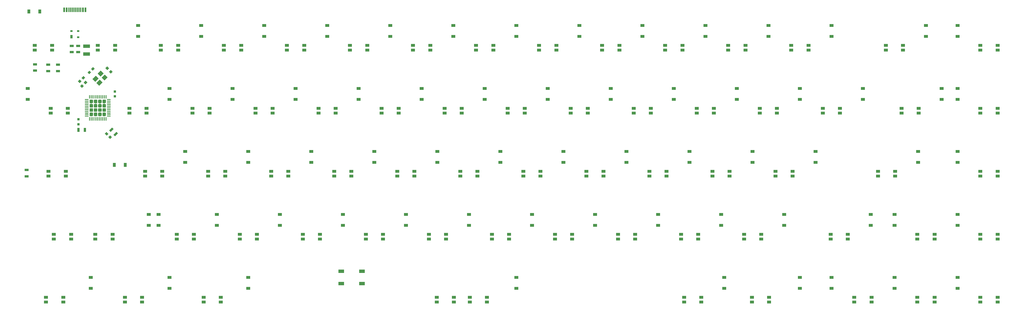
<source format=gbp>
G04 #@! TF.GenerationSoftware,KiCad,Pcbnew,(5.1.5)-3*
G04 #@! TF.CreationDate,2021-03-03T02:22:02+07:00*
G04 #@! TF.ProjectId,EV65,45563635-2e6b-4696-9361-645f70636258,rev?*
G04 #@! TF.SameCoordinates,Original*
G04 #@! TF.FileFunction,Paste,Bot*
G04 #@! TF.FilePolarity,Positive*
%FSLAX46Y46*%
G04 Gerber Fmt 4.6, Leading zero omitted, Abs format (unit mm)*
G04 Created by KiCad (PCBNEW (5.1.5)-3) date 2021-03-03 02:22:02*
%MOMM*%
%LPD*%
G04 APERTURE LIST*
%ADD10R,1.800000X1.100000*%
%ADD11R,1.300000X0.700000*%
%ADD12C,0.100000*%
%ADD13R,1.190000X0.900000*%
%ADD14R,1.200000X0.900000*%
%ADD15R,0.700000X1.300000*%
%ADD16R,0.900000X1.200000*%
%ADD17R,0.700000X1.000000*%
%ADD18R,0.700000X0.600000*%
%ADD19R,0.300000X1.450000*%
%ADD20R,0.600000X1.450000*%
%ADD21R,2.030000X1.140000*%
%ADD22R,0.750000X0.800000*%
G04 APERTURE END LIST*
D10*
X138151800Y-134819000D03*
X131951800Y-131119000D03*
X138151800Y-131119000D03*
X131951800Y-134819000D03*
D11*
X36804600Y-100497600D03*
X36804600Y-102397600D03*
D12*
G36*
X55889626Y-84501301D02*
G01*
X55895693Y-84502201D01*
X55901643Y-84503691D01*
X55907418Y-84505758D01*
X55912962Y-84508380D01*
X55918223Y-84511533D01*
X55923150Y-84515187D01*
X55927694Y-84519306D01*
X55931813Y-84523850D01*
X55935467Y-84528777D01*
X55938620Y-84534038D01*
X55941242Y-84539582D01*
X55943309Y-84545357D01*
X55944799Y-84551307D01*
X55945699Y-84557374D01*
X55946000Y-84563500D01*
X55946000Y-85513500D01*
X55945699Y-85519626D01*
X55944799Y-85525693D01*
X55943309Y-85531643D01*
X55941242Y-85537418D01*
X55938620Y-85542962D01*
X55935467Y-85548223D01*
X55931813Y-85553150D01*
X55927694Y-85557694D01*
X55923150Y-85561813D01*
X55918223Y-85565467D01*
X55912962Y-85568620D01*
X55907418Y-85571242D01*
X55901643Y-85573309D01*
X55895693Y-85574799D01*
X55889626Y-85575699D01*
X55883500Y-85576000D01*
X55758500Y-85576000D01*
X55752374Y-85575699D01*
X55746307Y-85574799D01*
X55740357Y-85573309D01*
X55734582Y-85571242D01*
X55729038Y-85568620D01*
X55723777Y-85565467D01*
X55718850Y-85561813D01*
X55714306Y-85557694D01*
X55710187Y-85553150D01*
X55706533Y-85548223D01*
X55703380Y-85542962D01*
X55700758Y-85537418D01*
X55698691Y-85531643D01*
X55697201Y-85525693D01*
X55696301Y-85519626D01*
X55696000Y-85513500D01*
X55696000Y-84563500D01*
X55696301Y-84557374D01*
X55697201Y-84551307D01*
X55698691Y-84545357D01*
X55700758Y-84539582D01*
X55703380Y-84534038D01*
X55706533Y-84528777D01*
X55710187Y-84523850D01*
X55714306Y-84519306D01*
X55718850Y-84515187D01*
X55723777Y-84511533D01*
X55729038Y-84508380D01*
X55734582Y-84505758D01*
X55740357Y-84503691D01*
X55746307Y-84502201D01*
X55752374Y-84501301D01*
X55758500Y-84501000D01*
X55883500Y-84501000D01*
X55889626Y-84501301D01*
G37*
G36*
X56389626Y-84501301D02*
G01*
X56395693Y-84502201D01*
X56401643Y-84503691D01*
X56407418Y-84505758D01*
X56412962Y-84508380D01*
X56418223Y-84511533D01*
X56423150Y-84515187D01*
X56427694Y-84519306D01*
X56431813Y-84523850D01*
X56435467Y-84528777D01*
X56438620Y-84534038D01*
X56441242Y-84539582D01*
X56443309Y-84545357D01*
X56444799Y-84551307D01*
X56445699Y-84557374D01*
X56446000Y-84563500D01*
X56446000Y-85513500D01*
X56445699Y-85519626D01*
X56444799Y-85525693D01*
X56443309Y-85531643D01*
X56441242Y-85537418D01*
X56438620Y-85542962D01*
X56435467Y-85548223D01*
X56431813Y-85553150D01*
X56427694Y-85557694D01*
X56423150Y-85561813D01*
X56418223Y-85565467D01*
X56412962Y-85568620D01*
X56407418Y-85571242D01*
X56401643Y-85573309D01*
X56395693Y-85574799D01*
X56389626Y-85575699D01*
X56383500Y-85576000D01*
X56258500Y-85576000D01*
X56252374Y-85575699D01*
X56246307Y-85574799D01*
X56240357Y-85573309D01*
X56234582Y-85571242D01*
X56229038Y-85568620D01*
X56223777Y-85565467D01*
X56218850Y-85561813D01*
X56214306Y-85557694D01*
X56210187Y-85553150D01*
X56206533Y-85548223D01*
X56203380Y-85542962D01*
X56200758Y-85537418D01*
X56198691Y-85531643D01*
X56197201Y-85525693D01*
X56196301Y-85519626D01*
X56196000Y-85513500D01*
X56196000Y-84563500D01*
X56196301Y-84557374D01*
X56197201Y-84551307D01*
X56198691Y-84545357D01*
X56200758Y-84539582D01*
X56203380Y-84534038D01*
X56206533Y-84528777D01*
X56210187Y-84523850D01*
X56214306Y-84519306D01*
X56218850Y-84515187D01*
X56223777Y-84511533D01*
X56229038Y-84508380D01*
X56234582Y-84505758D01*
X56240357Y-84503691D01*
X56246307Y-84502201D01*
X56252374Y-84501301D01*
X56258500Y-84501000D01*
X56383500Y-84501000D01*
X56389626Y-84501301D01*
G37*
G36*
X56889626Y-84501301D02*
G01*
X56895693Y-84502201D01*
X56901643Y-84503691D01*
X56907418Y-84505758D01*
X56912962Y-84508380D01*
X56918223Y-84511533D01*
X56923150Y-84515187D01*
X56927694Y-84519306D01*
X56931813Y-84523850D01*
X56935467Y-84528777D01*
X56938620Y-84534038D01*
X56941242Y-84539582D01*
X56943309Y-84545357D01*
X56944799Y-84551307D01*
X56945699Y-84557374D01*
X56946000Y-84563500D01*
X56946000Y-85513500D01*
X56945699Y-85519626D01*
X56944799Y-85525693D01*
X56943309Y-85531643D01*
X56941242Y-85537418D01*
X56938620Y-85542962D01*
X56935467Y-85548223D01*
X56931813Y-85553150D01*
X56927694Y-85557694D01*
X56923150Y-85561813D01*
X56918223Y-85565467D01*
X56912962Y-85568620D01*
X56907418Y-85571242D01*
X56901643Y-85573309D01*
X56895693Y-85574799D01*
X56889626Y-85575699D01*
X56883500Y-85576000D01*
X56758500Y-85576000D01*
X56752374Y-85575699D01*
X56746307Y-85574799D01*
X56740357Y-85573309D01*
X56734582Y-85571242D01*
X56729038Y-85568620D01*
X56723777Y-85565467D01*
X56718850Y-85561813D01*
X56714306Y-85557694D01*
X56710187Y-85553150D01*
X56706533Y-85548223D01*
X56703380Y-85542962D01*
X56700758Y-85537418D01*
X56698691Y-85531643D01*
X56697201Y-85525693D01*
X56696301Y-85519626D01*
X56696000Y-85513500D01*
X56696000Y-84563500D01*
X56696301Y-84557374D01*
X56697201Y-84551307D01*
X56698691Y-84545357D01*
X56700758Y-84539582D01*
X56703380Y-84534038D01*
X56706533Y-84528777D01*
X56710187Y-84523850D01*
X56714306Y-84519306D01*
X56718850Y-84515187D01*
X56723777Y-84511533D01*
X56729038Y-84508380D01*
X56734582Y-84505758D01*
X56740357Y-84503691D01*
X56746307Y-84502201D01*
X56752374Y-84501301D01*
X56758500Y-84501000D01*
X56883500Y-84501000D01*
X56889626Y-84501301D01*
G37*
G36*
X57389626Y-84501301D02*
G01*
X57395693Y-84502201D01*
X57401643Y-84503691D01*
X57407418Y-84505758D01*
X57412962Y-84508380D01*
X57418223Y-84511533D01*
X57423150Y-84515187D01*
X57427694Y-84519306D01*
X57431813Y-84523850D01*
X57435467Y-84528777D01*
X57438620Y-84534038D01*
X57441242Y-84539582D01*
X57443309Y-84545357D01*
X57444799Y-84551307D01*
X57445699Y-84557374D01*
X57446000Y-84563500D01*
X57446000Y-85513500D01*
X57445699Y-85519626D01*
X57444799Y-85525693D01*
X57443309Y-85531643D01*
X57441242Y-85537418D01*
X57438620Y-85542962D01*
X57435467Y-85548223D01*
X57431813Y-85553150D01*
X57427694Y-85557694D01*
X57423150Y-85561813D01*
X57418223Y-85565467D01*
X57412962Y-85568620D01*
X57407418Y-85571242D01*
X57401643Y-85573309D01*
X57395693Y-85574799D01*
X57389626Y-85575699D01*
X57383500Y-85576000D01*
X57258500Y-85576000D01*
X57252374Y-85575699D01*
X57246307Y-85574799D01*
X57240357Y-85573309D01*
X57234582Y-85571242D01*
X57229038Y-85568620D01*
X57223777Y-85565467D01*
X57218850Y-85561813D01*
X57214306Y-85557694D01*
X57210187Y-85553150D01*
X57206533Y-85548223D01*
X57203380Y-85542962D01*
X57200758Y-85537418D01*
X57198691Y-85531643D01*
X57197201Y-85525693D01*
X57196301Y-85519626D01*
X57196000Y-85513500D01*
X57196000Y-84563500D01*
X57196301Y-84557374D01*
X57197201Y-84551307D01*
X57198691Y-84545357D01*
X57200758Y-84539582D01*
X57203380Y-84534038D01*
X57206533Y-84528777D01*
X57210187Y-84523850D01*
X57214306Y-84519306D01*
X57218850Y-84515187D01*
X57223777Y-84511533D01*
X57229038Y-84508380D01*
X57234582Y-84505758D01*
X57240357Y-84503691D01*
X57246307Y-84502201D01*
X57252374Y-84501301D01*
X57258500Y-84501000D01*
X57383500Y-84501000D01*
X57389626Y-84501301D01*
G37*
G36*
X57889626Y-84501301D02*
G01*
X57895693Y-84502201D01*
X57901643Y-84503691D01*
X57907418Y-84505758D01*
X57912962Y-84508380D01*
X57918223Y-84511533D01*
X57923150Y-84515187D01*
X57927694Y-84519306D01*
X57931813Y-84523850D01*
X57935467Y-84528777D01*
X57938620Y-84534038D01*
X57941242Y-84539582D01*
X57943309Y-84545357D01*
X57944799Y-84551307D01*
X57945699Y-84557374D01*
X57946000Y-84563500D01*
X57946000Y-85513500D01*
X57945699Y-85519626D01*
X57944799Y-85525693D01*
X57943309Y-85531643D01*
X57941242Y-85537418D01*
X57938620Y-85542962D01*
X57935467Y-85548223D01*
X57931813Y-85553150D01*
X57927694Y-85557694D01*
X57923150Y-85561813D01*
X57918223Y-85565467D01*
X57912962Y-85568620D01*
X57907418Y-85571242D01*
X57901643Y-85573309D01*
X57895693Y-85574799D01*
X57889626Y-85575699D01*
X57883500Y-85576000D01*
X57758500Y-85576000D01*
X57752374Y-85575699D01*
X57746307Y-85574799D01*
X57740357Y-85573309D01*
X57734582Y-85571242D01*
X57729038Y-85568620D01*
X57723777Y-85565467D01*
X57718850Y-85561813D01*
X57714306Y-85557694D01*
X57710187Y-85553150D01*
X57706533Y-85548223D01*
X57703380Y-85542962D01*
X57700758Y-85537418D01*
X57698691Y-85531643D01*
X57697201Y-85525693D01*
X57696301Y-85519626D01*
X57696000Y-85513500D01*
X57696000Y-84563500D01*
X57696301Y-84557374D01*
X57697201Y-84551307D01*
X57698691Y-84545357D01*
X57700758Y-84539582D01*
X57703380Y-84534038D01*
X57706533Y-84528777D01*
X57710187Y-84523850D01*
X57714306Y-84519306D01*
X57718850Y-84515187D01*
X57723777Y-84511533D01*
X57729038Y-84508380D01*
X57734582Y-84505758D01*
X57740357Y-84503691D01*
X57746307Y-84502201D01*
X57752374Y-84501301D01*
X57758500Y-84501000D01*
X57883500Y-84501000D01*
X57889626Y-84501301D01*
G37*
G36*
X58389626Y-84501301D02*
G01*
X58395693Y-84502201D01*
X58401643Y-84503691D01*
X58407418Y-84505758D01*
X58412962Y-84508380D01*
X58418223Y-84511533D01*
X58423150Y-84515187D01*
X58427694Y-84519306D01*
X58431813Y-84523850D01*
X58435467Y-84528777D01*
X58438620Y-84534038D01*
X58441242Y-84539582D01*
X58443309Y-84545357D01*
X58444799Y-84551307D01*
X58445699Y-84557374D01*
X58446000Y-84563500D01*
X58446000Y-85513500D01*
X58445699Y-85519626D01*
X58444799Y-85525693D01*
X58443309Y-85531643D01*
X58441242Y-85537418D01*
X58438620Y-85542962D01*
X58435467Y-85548223D01*
X58431813Y-85553150D01*
X58427694Y-85557694D01*
X58423150Y-85561813D01*
X58418223Y-85565467D01*
X58412962Y-85568620D01*
X58407418Y-85571242D01*
X58401643Y-85573309D01*
X58395693Y-85574799D01*
X58389626Y-85575699D01*
X58383500Y-85576000D01*
X58258500Y-85576000D01*
X58252374Y-85575699D01*
X58246307Y-85574799D01*
X58240357Y-85573309D01*
X58234582Y-85571242D01*
X58229038Y-85568620D01*
X58223777Y-85565467D01*
X58218850Y-85561813D01*
X58214306Y-85557694D01*
X58210187Y-85553150D01*
X58206533Y-85548223D01*
X58203380Y-85542962D01*
X58200758Y-85537418D01*
X58198691Y-85531643D01*
X58197201Y-85525693D01*
X58196301Y-85519626D01*
X58196000Y-85513500D01*
X58196000Y-84563500D01*
X58196301Y-84557374D01*
X58197201Y-84551307D01*
X58198691Y-84545357D01*
X58200758Y-84539582D01*
X58203380Y-84534038D01*
X58206533Y-84528777D01*
X58210187Y-84523850D01*
X58214306Y-84519306D01*
X58218850Y-84515187D01*
X58223777Y-84511533D01*
X58229038Y-84508380D01*
X58234582Y-84505758D01*
X58240357Y-84503691D01*
X58246307Y-84502201D01*
X58252374Y-84501301D01*
X58258500Y-84501000D01*
X58383500Y-84501000D01*
X58389626Y-84501301D01*
G37*
G36*
X58889626Y-84501301D02*
G01*
X58895693Y-84502201D01*
X58901643Y-84503691D01*
X58907418Y-84505758D01*
X58912962Y-84508380D01*
X58918223Y-84511533D01*
X58923150Y-84515187D01*
X58927694Y-84519306D01*
X58931813Y-84523850D01*
X58935467Y-84528777D01*
X58938620Y-84534038D01*
X58941242Y-84539582D01*
X58943309Y-84545357D01*
X58944799Y-84551307D01*
X58945699Y-84557374D01*
X58946000Y-84563500D01*
X58946000Y-85513500D01*
X58945699Y-85519626D01*
X58944799Y-85525693D01*
X58943309Y-85531643D01*
X58941242Y-85537418D01*
X58938620Y-85542962D01*
X58935467Y-85548223D01*
X58931813Y-85553150D01*
X58927694Y-85557694D01*
X58923150Y-85561813D01*
X58918223Y-85565467D01*
X58912962Y-85568620D01*
X58907418Y-85571242D01*
X58901643Y-85573309D01*
X58895693Y-85574799D01*
X58889626Y-85575699D01*
X58883500Y-85576000D01*
X58758500Y-85576000D01*
X58752374Y-85575699D01*
X58746307Y-85574799D01*
X58740357Y-85573309D01*
X58734582Y-85571242D01*
X58729038Y-85568620D01*
X58723777Y-85565467D01*
X58718850Y-85561813D01*
X58714306Y-85557694D01*
X58710187Y-85553150D01*
X58706533Y-85548223D01*
X58703380Y-85542962D01*
X58700758Y-85537418D01*
X58698691Y-85531643D01*
X58697201Y-85525693D01*
X58696301Y-85519626D01*
X58696000Y-85513500D01*
X58696000Y-84563500D01*
X58696301Y-84557374D01*
X58697201Y-84551307D01*
X58698691Y-84545357D01*
X58700758Y-84539582D01*
X58703380Y-84534038D01*
X58706533Y-84528777D01*
X58710187Y-84523850D01*
X58714306Y-84519306D01*
X58718850Y-84515187D01*
X58723777Y-84511533D01*
X58729038Y-84508380D01*
X58734582Y-84505758D01*
X58740357Y-84503691D01*
X58746307Y-84502201D01*
X58752374Y-84501301D01*
X58758500Y-84501000D01*
X58883500Y-84501000D01*
X58889626Y-84501301D01*
G37*
G36*
X59389626Y-84501301D02*
G01*
X59395693Y-84502201D01*
X59401643Y-84503691D01*
X59407418Y-84505758D01*
X59412962Y-84508380D01*
X59418223Y-84511533D01*
X59423150Y-84515187D01*
X59427694Y-84519306D01*
X59431813Y-84523850D01*
X59435467Y-84528777D01*
X59438620Y-84534038D01*
X59441242Y-84539582D01*
X59443309Y-84545357D01*
X59444799Y-84551307D01*
X59445699Y-84557374D01*
X59446000Y-84563500D01*
X59446000Y-85513500D01*
X59445699Y-85519626D01*
X59444799Y-85525693D01*
X59443309Y-85531643D01*
X59441242Y-85537418D01*
X59438620Y-85542962D01*
X59435467Y-85548223D01*
X59431813Y-85553150D01*
X59427694Y-85557694D01*
X59423150Y-85561813D01*
X59418223Y-85565467D01*
X59412962Y-85568620D01*
X59407418Y-85571242D01*
X59401643Y-85573309D01*
X59395693Y-85574799D01*
X59389626Y-85575699D01*
X59383500Y-85576000D01*
X59258500Y-85576000D01*
X59252374Y-85575699D01*
X59246307Y-85574799D01*
X59240357Y-85573309D01*
X59234582Y-85571242D01*
X59229038Y-85568620D01*
X59223777Y-85565467D01*
X59218850Y-85561813D01*
X59214306Y-85557694D01*
X59210187Y-85553150D01*
X59206533Y-85548223D01*
X59203380Y-85542962D01*
X59200758Y-85537418D01*
X59198691Y-85531643D01*
X59197201Y-85525693D01*
X59196301Y-85519626D01*
X59196000Y-85513500D01*
X59196000Y-84563500D01*
X59196301Y-84557374D01*
X59197201Y-84551307D01*
X59198691Y-84545357D01*
X59200758Y-84539582D01*
X59203380Y-84534038D01*
X59206533Y-84528777D01*
X59210187Y-84523850D01*
X59214306Y-84519306D01*
X59218850Y-84515187D01*
X59223777Y-84511533D01*
X59229038Y-84508380D01*
X59234582Y-84505758D01*
X59240357Y-84503691D01*
X59246307Y-84502201D01*
X59252374Y-84501301D01*
X59258500Y-84501000D01*
X59383500Y-84501000D01*
X59389626Y-84501301D01*
G37*
G36*
X59889626Y-84501301D02*
G01*
X59895693Y-84502201D01*
X59901643Y-84503691D01*
X59907418Y-84505758D01*
X59912962Y-84508380D01*
X59918223Y-84511533D01*
X59923150Y-84515187D01*
X59927694Y-84519306D01*
X59931813Y-84523850D01*
X59935467Y-84528777D01*
X59938620Y-84534038D01*
X59941242Y-84539582D01*
X59943309Y-84545357D01*
X59944799Y-84551307D01*
X59945699Y-84557374D01*
X59946000Y-84563500D01*
X59946000Y-85513500D01*
X59945699Y-85519626D01*
X59944799Y-85525693D01*
X59943309Y-85531643D01*
X59941242Y-85537418D01*
X59938620Y-85542962D01*
X59935467Y-85548223D01*
X59931813Y-85553150D01*
X59927694Y-85557694D01*
X59923150Y-85561813D01*
X59918223Y-85565467D01*
X59912962Y-85568620D01*
X59907418Y-85571242D01*
X59901643Y-85573309D01*
X59895693Y-85574799D01*
X59889626Y-85575699D01*
X59883500Y-85576000D01*
X59758500Y-85576000D01*
X59752374Y-85575699D01*
X59746307Y-85574799D01*
X59740357Y-85573309D01*
X59734582Y-85571242D01*
X59729038Y-85568620D01*
X59723777Y-85565467D01*
X59718850Y-85561813D01*
X59714306Y-85557694D01*
X59710187Y-85553150D01*
X59706533Y-85548223D01*
X59703380Y-85542962D01*
X59700758Y-85537418D01*
X59698691Y-85531643D01*
X59697201Y-85525693D01*
X59696301Y-85519626D01*
X59696000Y-85513500D01*
X59696000Y-84563500D01*
X59696301Y-84557374D01*
X59697201Y-84551307D01*
X59698691Y-84545357D01*
X59700758Y-84539582D01*
X59703380Y-84534038D01*
X59706533Y-84528777D01*
X59710187Y-84523850D01*
X59714306Y-84519306D01*
X59718850Y-84515187D01*
X59723777Y-84511533D01*
X59729038Y-84508380D01*
X59734582Y-84505758D01*
X59740357Y-84503691D01*
X59746307Y-84502201D01*
X59752374Y-84501301D01*
X59758500Y-84501000D01*
X59883500Y-84501000D01*
X59889626Y-84501301D01*
G37*
G36*
X60389626Y-84501301D02*
G01*
X60395693Y-84502201D01*
X60401643Y-84503691D01*
X60407418Y-84505758D01*
X60412962Y-84508380D01*
X60418223Y-84511533D01*
X60423150Y-84515187D01*
X60427694Y-84519306D01*
X60431813Y-84523850D01*
X60435467Y-84528777D01*
X60438620Y-84534038D01*
X60441242Y-84539582D01*
X60443309Y-84545357D01*
X60444799Y-84551307D01*
X60445699Y-84557374D01*
X60446000Y-84563500D01*
X60446000Y-85513500D01*
X60445699Y-85519626D01*
X60444799Y-85525693D01*
X60443309Y-85531643D01*
X60441242Y-85537418D01*
X60438620Y-85542962D01*
X60435467Y-85548223D01*
X60431813Y-85553150D01*
X60427694Y-85557694D01*
X60423150Y-85561813D01*
X60418223Y-85565467D01*
X60412962Y-85568620D01*
X60407418Y-85571242D01*
X60401643Y-85573309D01*
X60395693Y-85574799D01*
X60389626Y-85575699D01*
X60383500Y-85576000D01*
X60258500Y-85576000D01*
X60252374Y-85575699D01*
X60246307Y-85574799D01*
X60240357Y-85573309D01*
X60234582Y-85571242D01*
X60229038Y-85568620D01*
X60223777Y-85565467D01*
X60218850Y-85561813D01*
X60214306Y-85557694D01*
X60210187Y-85553150D01*
X60206533Y-85548223D01*
X60203380Y-85542962D01*
X60200758Y-85537418D01*
X60198691Y-85531643D01*
X60197201Y-85525693D01*
X60196301Y-85519626D01*
X60196000Y-85513500D01*
X60196000Y-84563500D01*
X60196301Y-84557374D01*
X60197201Y-84551307D01*
X60198691Y-84545357D01*
X60200758Y-84539582D01*
X60203380Y-84534038D01*
X60206533Y-84528777D01*
X60210187Y-84523850D01*
X60214306Y-84519306D01*
X60218850Y-84515187D01*
X60223777Y-84511533D01*
X60229038Y-84508380D01*
X60234582Y-84505758D01*
X60240357Y-84503691D01*
X60246307Y-84502201D01*
X60252374Y-84501301D01*
X60258500Y-84501000D01*
X60383500Y-84501000D01*
X60389626Y-84501301D01*
G37*
G36*
X60889626Y-84501301D02*
G01*
X60895693Y-84502201D01*
X60901643Y-84503691D01*
X60907418Y-84505758D01*
X60912962Y-84508380D01*
X60918223Y-84511533D01*
X60923150Y-84515187D01*
X60927694Y-84519306D01*
X60931813Y-84523850D01*
X60935467Y-84528777D01*
X60938620Y-84534038D01*
X60941242Y-84539582D01*
X60943309Y-84545357D01*
X60944799Y-84551307D01*
X60945699Y-84557374D01*
X60946000Y-84563500D01*
X60946000Y-85513500D01*
X60945699Y-85519626D01*
X60944799Y-85525693D01*
X60943309Y-85531643D01*
X60941242Y-85537418D01*
X60938620Y-85542962D01*
X60935467Y-85548223D01*
X60931813Y-85553150D01*
X60927694Y-85557694D01*
X60923150Y-85561813D01*
X60918223Y-85565467D01*
X60912962Y-85568620D01*
X60907418Y-85571242D01*
X60901643Y-85573309D01*
X60895693Y-85574799D01*
X60889626Y-85575699D01*
X60883500Y-85576000D01*
X60758500Y-85576000D01*
X60752374Y-85575699D01*
X60746307Y-85574799D01*
X60740357Y-85573309D01*
X60734582Y-85571242D01*
X60729038Y-85568620D01*
X60723777Y-85565467D01*
X60718850Y-85561813D01*
X60714306Y-85557694D01*
X60710187Y-85553150D01*
X60706533Y-85548223D01*
X60703380Y-85542962D01*
X60700758Y-85537418D01*
X60698691Y-85531643D01*
X60697201Y-85525693D01*
X60696301Y-85519626D01*
X60696000Y-85513500D01*
X60696000Y-84563500D01*
X60696301Y-84557374D01*
X60697201Y-84551307D01*
X60698691Y-84545357D01*
X60700758Y-84539582D01*
X60703380Y-84534038D01*
X60706533Y-84528777D01*
X60710187Y-84523850D01*
X60714306Y-84519306D01*
X60718850Y-84515187D01*
X60723777Y-84511533D01*
X60729038Y-84508380D01*
X60734582Y-84505758D01*
X60740357Y-84503691D01*
X60746307Y-84502201D01*
X60752374Y-84501301D01*
X60758500Y-84501000D01*
X60883500Y-84501000D01*
X60889626Y-84501301D01*
G37*
G36*
X62139626Y-84076301D02*
G01*
X62145693Y-84077201D01*
X62151643Y-84078691D01*
X62157418Y-84080758D01*
X62162962Y-84083380D01*
X62168223Y-84086533D01*
X62173150Y-84090187D01*
X62177694Y-84094306D01*
X62181813Y-84098850D01*
X62185467Y-84103777D01*
X62188620Y-84109038D01*
X62191242Y-84114582D01*
X62193309Y-84120357D01*
X62194799Y-84126307D01*
X62195699Y-84132374D01*
X62196000Y-84138500D01*
X62196000Y-84263500D01*
X62195699Y-84269626D01*
X62194799Y-84275693D01*
X62193309Y-84281643D01*
X62191242Y-84287418D01*
X62188620Y-84292962D01*
X62185467Y-84298223D01*
X62181813Y-84303150D01*
X62177694Y-84307694D01*
X62173150Y-84311813D01*
X62168223Y-84315467D01*
X62162962Y-84318620D01*
X62157418Y-84321242D01*
X62151643Y-84323309D01*
X62145693Y-84324799D01*
X62139626Y-84325699D01*
X62133500Y-84326000D01*
X61183500Y-84326000D01*
X61177374Y-84325699D01*
X61171307Y-84324799D01*
X61165357Y-84323309D01*
X61159582Y-84321242D01*
X61154038Y-84318620D01*
X61148777Y-84315467D01*
X61143850Y-84311813D01*
X61139306Y-84307694D01*
X61135187Y-84303150D01*
X61131533Y-84298223D01*
X61128380Y-84292962D01*
X61125758Y-84287418D01*
X61123691Y-84281643D01*
X61122201Y-84275693D01*
X61121301Y-84269626D01*
X61121000Y-84263500D01*
X61121000Y-84138500D01*
X61121301Y-84132374D01*
X61122201Y-84126307D01*
X61123691Y-84120357D01*
X61125758Y-84114582D01*
X61128380Y-84109038D01*
X61131533Y-84103777D01*
X61135187Y-84098850D01*
X61139306Y-84094306D01*
X61143850Y-84090187D01*
X61148777Y-84086533D01*
X61154038Y-84083380D01*
X61159582Y-84080758D01*
X61165357Y-84078691D01*
X61171307Y-84077201D01*
X61177374Y-84076301D01*
X61183500Y-84076000D01*
X62133500Y-84076000D01*
X62139626Y-84076301D01*
G37*
G36*
X62139626Y-83576301D02*
G01*
X62145693Y-83577201D01*
X62151643Y-83578691D01*
X62157418Y-83580758D01*
X62162962Y-83583380D01*
X62168223Y-83586533D01*
X62173150Y-83590187D01*
X62177694Y-83594306D01*
X62181813Y-83598850D01*
X62185467Y-83603777D01*
X62188620Y-83609038D01*
X62191242Y-83614582D01*
X62193309Y-83620357D01*
X62194799Y-83626307D01*
X62195699Y-83632374D01*
X62196000Y-83638500D01*
X62196000Y-83763500D01*
X62195699Y-83769626D01*
X62194799Y-83775693D01*
X62193309Y-83781643D01*
X62191242Y-83787418D01*
X62188620Y-83792962D01*
X62185467Y-83798223D01*
X62181813Y-83803150D01*
X62177694Y-83807694D01*
X62173150Y-83811813D01*
X62168223Y-83815467D01*
X62162962Y-83818620D01*
X62157418Y-83821242D01*
X62151643Y-83823309D01*
X62145693Y-83824799D01*
X62139626Y-83825699D01*
X62133500Y-83826000D01*
X61183500Y-83826000D01*
X61177374Y-83825699D01*
X61171307Y-83824799D01*
X61165357Y-83823309D01*
X61159582Y-83821242D01*
X61154038Y-83818620D01*
X61148777Y-83815467D01*
X61143850Y-83811813D01*
X61139306Y-83807694D01*
X61135187Y-83803150D01*
X61131533Y-83798223D01*
X61128380Y-83792962D01*
X61125758Y-83787418D01*
X61123691Y-83781643D01*
X61122201Y-83775693D01*
X61121301Y-83769626D01*
X61121000Y-83763500D01*
X61121000Y-83638500D01*
X61121301Y-83632374D01*
X61122201Y-83626307D01*
X61123691Y-83620357D01*
X61125758Y-83614582D01*
X61128380Y-83609038D01*
X61131533Y-83603777D01*
X61135187Y-83598850D01*
X61139306Y-83594306D01*
X61143850Y-83590187D01*
X61148777Y-83586533D01*
X61154038Y-83583380D01*
X61159582Y-83580758D01*
X61165357Y-83578691D01*
X61171307Y-83577201D01*
X61177374Y-83576301D01*
X61183500Y-83576000D01*
X62133500Y-83576000D01*
X62139626Y-83576301D01*
G37*
G36*
X62139626Y-83076301D02*
G01*
X62145693Y-83077201D01*
X62151643Y-83078691D01*
X62157418Y-83080758D01*
X62162962Y-83083380D01*
X62168223Y-83086533D01*
X62173150Y-83090187D01*
X62177694Y-83094306D01*
X62181813Y-83098850D01*
X62185467Y-83103777D01*
X62188620Y-83109038D01*
X62191242Y-83114582D01*
X62193309Y-83120357D01*
X62194799Y-83126307D01*
X62195699Y-83132374D01*
X62196000Y-83138500D01*
X62196000Y-83263500D01*
X62195699Y-83269626D01*
X62194799Y-83275693D01*
X62193309Y-83281643D01*
X62191242Y-83287418D01*
X62188620Y-83292962D01*
X62185467Y-83298223D01*
X62181813Y-83303150D01*
X62177694Y-83307694D01*
X62173150Y-83311813D01*
X62168223Y-83315467D01*
X62162962Y-83318620D01*
X62157418Y-83321242D01*
X62151643Y-83323309D01*
X62145693Y-83324799D01*
X62139626Y-83325699D01*
X62133500Y-83326000D01*
X61183500Y-83326000D01*
X61177374Y-83325699D01*
X61171307Y-83324799D01*
X61165357Y-83323309D01*
X61159582Y-83321242D01*
X61154038Y-83318620D01*
X61148777Y-83315467D01*
X61143850Y-83311813D01*
X61139306Y-83307694D01*
X61135187Y-83303150D01*
X61131533Y-83298223D01*
X61128380Y-83292962D01*
X61125758Y-83287418D01*
X61123691Y-83281643D01*
X61122201Y-83275693D01*
X61121301Y-83269626D01*
X61121000Y-83263500D01*
X61121000Y-83138500D01*
X61121301Y-83132374D01*
X61122201Y-83126307D01*
X61123691Y-83120357D01*
X61125758Y-83114582D01*
X61128380Y-83109038D01*
X61131533Y-83103777D01*
X61135187Y-83098850D01*
X61139306Y-83094306D01*
X61143850Y-83090187D01*
X61148777Y-83086533D01*
X61154038Y-83083380D01*
X61159582Y-83080758D01*
X61165357Y-83078691D01*
X61171307Y-83077201D01*
X61177374Y-83076301D01*
X61183500Y-83076000D01*
X62133500Y-83076000D01*
X62139626Y-83076301D01*
G37*
G36*
X62139626Y-82576301D02*
G01*
X62145693Y-82577201D01*
X62151643Y-82578691D01*
X62157418Y-82580758D01*
X62162962Y-82583380D01*
X62168223Y-82586533D01*
X62173150Y-82590187D01*
X62177694Y-82594306D01*
X62181813Y-82598850D01*
X62185467Y-82603777D01*
X62188620Y-82609038D01*
X62191242Y-82614582D01*
X62193309Y-82620357D01*
X62194799Y-82626307D01*
X62195699Y-82632374D01*
X62196000Y-82638500D01*
X62196000Y-82763500D01*
X62195699Y-82769626D01*
X62194799Y-82775693D01*
X62193309Y-82781643D01*
X62191242Y-82787418D01*
X62188620Y-82792962D01*
X62185467Y-82798223D01*
X62181813Y-82803150D01*
X62177694Y-82807694D01*
X62173150Y-82811813D01*
X62168223Y-82815467D01*
X62162962Y-82818620D01*
X62157418Y-82821242D01*
X62151643Y-82823309D01*
X62145693Y-82824799D01*
X62139626Y-82825699D01*
X62133500Y-82826000D01*
X61183500Y-82826000D01*
X61177374Y-82825699D01*
X61171307Y-82824799D01*
X61165357Y-82823309D01*
X61159582Y-82821242D01*
X61154038Y-82818620D01*
X61148777Y-82815467D01*
X61143850Y-82811813D01*
X61139306Y-82807694D01*
X61135187Y-82803150D01*
X61131533Y-82798223D01*
X61128380Y-82792962D01*
X61125758Y-82787418D01*
X61123691Y-82781643D01*
X61122201Y-82775693D01*
X61121301Y-82769626D01*
X61121000Y-82763500D01*
X61121000Y-82638500D01*
X61121301Y-82632374D01*
X61122201Y-82626307D01*
X61123691Y-82620357D01*
X61125758Y-82614582D01*
X61128380Y-82609038D01*
X61131533Y-82603777D01*
X61135187Y-82598850D01*
X61139306Y-82594306D01*
X61143850Y-82590187D01*
X61148777Y-82586533D01*
X61154038Y-82583380D01*
X61159582Y-82580758D01*
X61165357Y-82578691D01*
X61171307Y-82577201D01*
X61177374Y-82576301D01*
X61183500Y-82576000D01*
X62133500Y-82576000D01*
X62139626Y-82576301D01*
G37*
G36*
X62139626Y-82076301D02*
G01*
X62145693Y-82077201D01*
X62151643Y-82078691D01*
X62157418Y-82080758D01*
X62162962Y-82083380D01*
X62168223Y-82086533D01*
X62173150Y-82090187D01*
X62177694Y-82094306D01*
X62181813Y-82098850D01*
X62185467Y-82103777D01*
X62188620Y-82109038D01*
X62191242Y-82114582D01*
X62193309Y-82120357D01*
X62194799Y-82126307D01*
X62195699Y-82132374D01*
X62196000Y-82138500D01*
X62196000Y-82263500D01*
X62195699Y-82269626D01*
X62194799Y-82275693D01*
X62193309Y-82281643D01*
X62191242Y-82287418D01*
X62188620Y-82292962D01*
X62185467Y-82298223D01*
X62181813Y-82303150D01*
X62177694Y-82307694D01*
X62173150Y-82311813D01*
X62168223Y-82315467D01*
X62162962Y-82318620D01*
X62157418Y-82321242D01*
X62151643Y-82323309D01*
X62145693Y-82324799D01*
X62139626Y-82325699D01*
X62133500Y-82326000D01*
X61183500Y-82326000D01*
X61177374Y-82325699D01*
X61171307Y-82324799D01*
X61165357Y-82323309D01*
X61159582Y-82321242D01*
X61154038Y-82318620D01*
X61148777Y-82315467D01*
X61143850Y-82311813D01*
X61139306Y-82307694D01*
X61135187Y-82303150D01*
X61131533Y-82298223D01*
X61128380Y-82292962D01*
X61125758Y-82287418D01*
X61123691Y-82281643D01*
X61122201Y-82275693D01*
X61121301Y-82269626D01*
X61121000Y-82263500D01*
X61121000Y-82138500D01*
X61121301Y-82132374D01*
X61122201Y-82126307D01*
X61123691Y-82120357D01*
X61125758Y-82114582D01*
X61128380Y-82109038D01*
X61131533Y-82103777D01*
X61135187Y-82098850D01*
X61139306Y-82094306D01*
X61143850Y-82090187D01*
X61148777Y-82086533D01*
X61154038Y-82083380D01*
X61159582Y-82080758D01*
X61165357Y-82078691D01*
X61171307Y-82077201D01*
X61177374Y-82076301D01*
X61183500Y-82076000D01*
X62133500Y-82076000D01*
X62139626Y-82076301D01*
G37*
G36*
X62139626Y-81576301D02*
G01*
X62145693Y-81577201D01*
X62151643Y-81578691D01*
X62157418Y-81580758D01*
X62162962Y-81583380D01*
X62168223Y-81586533D01*
X62173150Y-81590187D01*
X62177694Y-81594306D01*
X62181813Y-81598850D01*
X62185467Y-81603777D01*
X62188620Y-81609038D01*
X62191242Y-81614582D01*
X62193309Y-81620357D01*
X62194799Y-81626307D01*
X62195699Y-81632374D01*
X62196000Y-81638500D01*
X62196000Y-81763500D01*
X62195699Y-81769626D01*
X62194799Y-81775693D01*
X62193309Y-81781643D01*
X62191242Y-81787418D01*
X62188620Y-81792962D01*
X62185467Y-81798223D01*
X62181813Y-81803150D01*
X62177694Y-81807694D01*
X62173150Y-81811813D01*
X62168223Y-81815467D01*
X62162962Y-81818620D01*
X62157418Y-81821242D01*
X62151643Y-81823309D01*
X62145693Y-81824799D01*
X62139626Y-81825699D01*
X62133500Y-81826000D01*
X61183500Y-81826000D01*
X61177374Y-81825699D01*
X61171307Y-81824799D01*
X61165357Y-81823309D01*
X61159582Y-81821242D01*
X61154038Y-81818620D01*
X61148777Y-81815467D01*
X61143850Y-81811813D01*
X61139306Y-81807694D01*
X61135187Y-81803150D01*
X61131533Y-81798223D01*
X61128380Y-81792962D01*
X61125758Y-81787418D01*
X61123691Y-81781643D01*
X61122201Y-81775693D01*
X61121301Y-81769626D01*
X61121000Y-81763500D01*
X61121000Y-81638500D01*
X61121301Y-81632374D01*
X61122201Y-81626307D01*
X61123691Y-81620357D01*
X61125758Y-81614582D01*
X61128380Y-81609038D01*
X61131533Y-81603777D01*
X61135187Y-81598850D01*
X61139306Y-81594306D01*
X61143850Y-81590187D01*
X61148777Y-81586533D01*
X61154038Y-81583380D01*
X61159582Y-81580758D01*
X61165357Y-81578691D01*
X61171307Y-81577201D01*
X61177374Y-81576301D01*
X61183500Y-81576000D01*
X62133500Y-81576000D01*
X62139626Y-81576301D01*
G37*
G36*
X62139626Y-81076301D02*
G01*
X62145693Y-81077201D01*
X62151643Y-81078691D01*
X62157418Y-81080758D01*
X62162962Y-81083380D01*
X62168223Y-81086533D01*
X62173150Y-81090187D01*
X62177694Y-81094306D01*
X62181813Y-81098850D01*
X62185467Y-81103777D01*
X62188620Y-81109038D01*
X62191242Y-81114582D01*
X62193309Y-81120357D01*
X62194799Y-81126307D01*
X62195699Y-81132374D01*
X62196000Y-81138500D01*
X62196000Y-81263500D01*
X62195699Y-81269626D01*
X62194799Y-81275693D01*
X62193309Y-81281643D01*
X62191242Y-81287418D01*
X62188620Y-81292962D01*
X62185467Y-81298223D01*
X62181813Y-81303150D01*
X62177694Y-81307694D01*
X62173150Y-81311813D01*
X62168223Y-81315467D01*
X62162962Y-81318620D01*
X62157418Y-81321242D01*
X62151643Y-81323309D01*
X62145693Y-81324799D01*
X62139626Y-81325699D01*
X62133500Y-81326000D01*
X61183500Y-81326000D01*
X61177374Y-81325699D01*
X61171307Y-81324799D01*
X61165357Y-81323309D01*
X61159582Y-81321242D01*
X61154038Y-81318620D01*
X61148777Y-81315467D01*
X61143850Y-81311813D01*
X61139306Y-81307694D01*
X61135187Y-81303150D01*
X61131533Y-81298223D01*
X61128380Y-81292962D01*
X61125758Y-81287418D01*
X61123691Y-81281643D01*
X61122201Y-81275693D01*
X61121301Y-81269626D01*
X61121000Y-81263500D01*
X61121000Y-81138500D01*
X61121301Y-81132374D01*
X61122201Y-81126307D01*
X61123691Y-81120357D01*
X61125758Y-81114582D01*
X61128380Y-81109038D01*
X61131533Y-81103777D01*
X61135187Y-81098850D01*
X61139306Y-81094306D01*
X61143850Y-81090187D01*
X61148777Y-81086533D01*
X61154038Y-81083380D01*
X61159582Y-81080758D01*
X61165357Y-81078691D01*
X61171307Y-81077201D01*
X61177374Y-81076301D01*
X61183500Y-81076000D01*
X62133500Y-81076000D01*
X62139626Y-81076301D01*
G37*
G36*
X62139626Y-80576301D02*
G01*
X62145693Y-80577201D01*
X62151643Y-80578691D01*
X62157418Y-80580758D01*
X62162962Y-80583380D01*
X62168223Y-80586533D01*
X62173150Y-80590187D01*
X62177694Y-80594306D01*
X62181813Y-80598850D01*
X62185467Y-80603777D01*
X62188620Y-80609038D01*
X62191242Y-80614582D01*
X62193309Y-80620357D01*
X62194799Y-80626307D01*
X62195699Y-80632374D01*
X62196000Y-80638500D01*
X62196000Y-80763500D01*
X62195699Y-80769626D01*
X62194799Y-80775693D01*
X62193309Y-80781643D01*
X62191242Y-80787418D01*
X62188620Y-80792962D01*
X62185467Y-80798223D01*
X62181813Y-80803150D01*
X62177694Y-80807694D01*
X62173150Y-80811813D01*
X62168223Y-80815467D01*
X62162962Y-80818620D01*
X62157418Y-80821242D01*
X62151643Y-80823309D01*
X62145693Y-80824799D01*
X62139626Y-80825699D01*
X62133500Y-80826000D01*
X61183500Y-80826000D01*
X61177374Y-80825699D01*
X61171307Y-80824799D01*
X61165357Y-80823309D01*
X61159582Y-80821242D01*
X61154038Y-80818620D01*
X61148777Y-80815467D01*
X61143850Y-80811813D01*
X61139306Y-80807694D01*
X61135187Y-80803150D01*
X61131533Y-80798223D01*
X61128380Y-80792962D01*
X61125758Y-80787418D01*
X61123691Y-80781643D01*
X61122201Y-80775693D01*
X61121301Y-80769626D01*
X61121000Y-80763500D01*
X61121000Y-80638500D01*
X61121301Y-80632374D01*
X61122201Y-80626307D01*
X61123691Y-80620357D01*
X61125758Y-80614582D01*
X61128380Y-80609038D01*
X61131533Y-80603777D01*
X61135187Y-80598850D01*
X61139306Y-80594306D01*
X61143850Y-80590187D01*
X61148777Y-80586533D01*
X61154038Y-80583380D01*
X61159582Y-80580758D01*
X61165357Y-80578691D01*
X61171307Y-80577201D01*
X61177374Y-80576301D01*
X61183500Y-80576000D01*
X62133500Y-80576000D01*
X62139626Y-80576301D01*
G37*
G36*
X62139626Y-80076301D02*
G01*
X62145693Y-80077201D01*
X62151643Y-80078691D01*
X62157418Y-80080758D01*
X62162962Y-80083380D01*
X62168223Y-80086533D01*
X62173150Y-80090187D01*
X62177694Y-80094306D01*
X62181813Y-80098850D01*
X62185467Y-80103777D01*
X62188620Y-80109038D01*
X62191242Y-80114582D01*
X62193309Y-80120357D01*
X62194799Y-80126307D01*
X62195699Y-80132374D01*
X62196000Y-80138500D01*
X62196000Y-80263500D01*
X62195699Y-80269626D01*
X62194799Y-80275693D01*
X62193309Y-80281643D01*
X62191242Y-80287418D01*
X62188620Y-80292962D01*
X62185467Y-80298223D01*
X62181813Y-80303150D01*
X62177694Y-80307694D01*
X62173150Y-80311813D01*
X62168223Y-80315467D01*
X62162962Y-80318620D01*
X62157418Y-80321242D01*
X62151643Y-80323309D01*
X62145693Y-80324799D01*
X62139626Y-80325699D01*
X62133500Y-80326000D01*
X61183500Y-80326000D01*
X61177374Y-80325699D01*
X61171307Y-80324799D01*
X61165357Y-80323309D01*
X61159582Y-80321242D01*
X61154038Y-80318620D01*
X61148777Y-80315467D01*
X61143850Y-80311813D01*
X61139306Y-80307694D01*
X61135187Y-80303150D01*
X61131533Y-80298223D01*
X61128380Y-80292962D01*
X61125758Y-80287418D01*
X61123691Y-80281643D01*
X61122201Y-80275693D01*
X61121301Y-80269626D01*
X61121000Y-80263500D01*
X61121000Y-80138500D01*
X61121301Y-80132374D01*
X61122201Y-80126307D01*
X61123691Y-80120357D01*
X61125758Y-80114582D01*
X61128380Y-80109038D01*
X61131533Y-80103777D01*
X61135187Y-80098850D01*
X61139306Y-80094306D01*
X61143850Y-80090187D01*
X61148777Y-80086533D01*
X61154038Y-80083380D01*
X61159582Y-80080758D01*
X61165357Y-80078691D01*
X61171307Y-80077201D01*
X61177374Y-80076301D01*
X61183500Y-80076000D01*
X62133500Y-80076000D01*
X62139626Y-80076301D01*
G37*
G36*
X62139626Y-79576301D02*
G01*
X62145693Y-79577201D01*
X62151643Y-79578691D01*
X62157418Y-79580758D01*
X62162962Y-79583380D01*
X62168223Y-79586533D01*
X62173150Y-79590187D01*
X62177694Y-79594306D01*
X62181813Y-79598850D01*
X62185467Y-79603777D01*
X62188620Y-79609038D01*
X62191242Y-79614582D01*
X62193309Y-79620357D01*
X62194799Y-79626307D01*
X62195699Y-79632374D01*
X62196000Y-79638500D01*
X62196000Y-79763500D01*
X62195699Y-79769626D01*
X62194799Y-79775693D01*
X62193309Y-79781643D01*
X62191242Y-79787418D01*
X62188620Y-79792962D01*
X62185467Y-79798223D01*
X62181813Y-79803150D01*
X62177694Y-79807694D01*
X62173150Y-79811813D01*
X62168223Y-79815467D01*
X62162962Y-79818620D01*
X62157418Y-79821242D01*
X62151643Y-79823309D01*
X62145693Y-79824799D01*
X62139626Y-79825699D01*
X62133500Y-79826000D01*
X61183500Y-79826000D01*
X61177374Y-79825699D01*
X61171307Y-79824799D01*
X61165357Y-79823309D01*
X61159582Y-79821242D01*
X61154038Y-79818620D01*
X61148777Y-79815467D01*
X61143850Y-79811813D01*
X61139306Y-79807694D01*
X61135187Y-79803150D01*
X61131533Y-79798223D01*
X61128380Y-79792962D01*
X61125758Y-79787418D01*
X61123691Y-79781643D01*
X61122201Y-79775693D01*
X61121301Y-79769626D01*
X61121000Y-79763500D01*
X61121000Y-79638500D01*
X61121301Y-79632374D01*
X61122201Y-79626307D01*
X61123691Y-79620357D01*
X61125758Y-79614582D01*
X61128380Y-79609038D01*
X61131533Y-79603777D01*
X61135187Y-79598850D01*
X61139306Y-79594306D01*
X61143850Y-79590187D01*
X61148777Y-79586533D01*
X61154038Y-79583380D01*
X61159582Y-79580758D01*
X61165357Y-79578691D01*
X61171307Y-79577201D01*
X61177374Y-79576301D01*
X61183500Y-79576000D01*
X62133500Y-79576000D01*
X62139626Y-79576301D01*
G37*
G36*
X62139626Y-79076301D02*
G01*
X62145693Y-79077201D01*
X62151643Y-79078691D01*
X62157418Y-79080758D01*
X62162962Y-79083380D01*
X62168223Y-79086533D01*
X62173150Y-79090187D01*
X62177694Y-79094306D01*
X62181813Y-79098850D01*
X62185467Y-79103777D01*
X62188620Y-79109038D01*
X62191242Y-79114582D01*
X62193309Y-79120357D01*
X62194799Y-79126307D01*
X62195699Y-79132374D01*
X62196000Y-79138500D01*
X62196000Y-79263500D01*
X62195699Y-79269626D01*
X62194799Y-79275693D01*
X62193309Y-79281643D01*
X62191242Y-79287418D01*
X62188620Y-79292962D01*
X62185467Y-79298223D01*
X62181813Y-79303150D01*
X62177694Y-79307694D01*
X62173150Y-79311813D01*
X62168223Y-79315467D01*
X62162962Y-79318620D01*
X62157418Y-79321242D01*
X62151643Y-79323309D01*
X62145693Y-79324799D01*
X62139626Y-79325699D01*
X62133500Y-79326000D01*
X61183500Y-79326000D01*
X61177374Y-79325699D01*
X61171307Y-79324799D01*
X61165357Y-79323309D01*
X61159582Y-79321242D01*
X61154038Y-79318620D01*
X61148777Y-79315467D01*
X61143850Y-79311813D01*
X61139306Y-79307694D01*
X61135187Y-79303150D01*
X61131533Y-79298223D01*
X61128380Y-79292962D01*
X61125758Y-79287418D01*
X61123691Y-79281643D01*
X61122201Y-79275693D01*
X61121301Y-79269626D01*
X61121000Y-79263500D01*
X61121000Y-79138500D01*
X61121301Y-79132374D01*
X61122201Y-79126307D01*
X61123691Y-79120357D01*
X61125758Y-79114582D01*
X61128380Y-79109038D01*
X61131533Y-79103777D01*
X61135187Y-79098850D01*
X61139306Y-79094306D01*
X61143850Y-79090187D01*
X61148777Y-79086533D01*
X61154038Y-79083380D01*
X61159582Y-79080758D01*
X61165357Y-79078691D01*
X61171307Y-79077201D01*
X61177374Y-79076301D01*
X61183500Y-79076000D01*
X62133500Y-79076000D01*
X62139626Y-79076301D01*
G37*
G36*
X60889626Y-77826301D02*
G01*
X60895693Y-77827201D01*
X60901643Y-77828691D01*
X60907418Y-77830758D01*
X60912962Y-77833380D01*
X60918223Y-77836533D01*
X60923150Y-77840187D01*
X60927694Y-77844306D01*
X60931813Y-77848850D01*
X60935467Y-77853777D01*
X60938620Y-77859038D01*
X60941242Y-77864582D01*
X60943309Y-77870357D01*
X60944799Y-77876307D01*
X60945699Y-77882374D01*
X60946000Y-77888500D01*
X60946000Y-78838500D01*
X60945699Y-78844626D01*
X60944799Y-78850693D01*
X60943309Y-78856643D01*
X60941242Y-78862418D01*
X60938620Y-78867962D01*
X60935467Y-78873223D01*
X60931813Y-78878150D01*
X60927694Y-78882694D01*
X60923150Y-78886813D01*
X60918223Y-78890467D01*
X60912962Y-78893620D01*
X60907418Y-78896242D01*
X60901643Y-78898309D01*
X60895693Y-78899799D01*
X60889626Y-78900699D01*
X60883500Y-78901000D01*
X60758500Y-78901000D01*
X60752374Y-78900699D01*
X60746307Y-78899799D01*
X60740357Y-78898309D01*
X60734582Y-78896242D01*
X60729038Y-78893620D01*
X60723777Y-78890467D01*
X60718850Y-78886813D01*
X60714306Y-78882694D01*
X60710187Y-78878150D01*
X60706533Y-78873223D01*
X60703380Y-78867962D01*
X60700758Y-78862418D01*
X60698691Y-78856643D01*
X60697201Y-78850693D01*
X60696301Y-78844626D01*
X60696000Y-78838500D01*
X60696000Y-77888500D01*
X60696301Y-77882374D01*
X60697201Y-77876307D01*
X60698691Y-77870357D01*
X60700758Y-77864582D01*
X60703380Y-77859038D01*
X60706533Y-77853777D01*
X60710187Y-77848850D01*
X60714306Y-77844306D01*
X60718850Y-77840187D01*
X60723777Y-77836533D01*
X60729038Y-77833380D01*
X60734582Y-77830758D01*
X60740357Y-77828691D01*
X60746307Y-77827201D01*
X60752374Y-77826301D01*
X60758500Y-77826000D01*
X60883500Y-77826000D01*
X60889626Y-77826301D01*
G37*
G36*
X60389626Y-77826301D02*
G01*
X60395693Y-77827201D01*
X60401643Y-77828691D01*
X60407418Y-77830758D01*
X60412962Y-77833380D01*
X60418223Y-77836533D01*
X60423150Y-77840187D01*
X60427694Y-77844306D01*
X60431813Y-77848850D01*
X60435467Y-77853777D01*
X60438620Y-77859038D01*
X60441242Y-77864582D01*
X60443309Y-77870357D01*
X60444799Y-77876307D01*
X60445699Y-77882374D01*
X60446000Y-77888500D01*
X60446000Y-78838500D01*
X60445699Y-78844626D01*
X60444799Y-78850693D01*
X60443309Y-78856643D01*
X60441242Y-78862418D01*
X60438620Y-78867962D01*
X60435467Y-78873223D01*
X60431813Y-78878150D01*
X60427694Y-78882694D01*
X60423150Y-78886813D01*
X60418223Y-78890467D01*
X60412962Y-78893620D01*
X60407418Y-78896242D01*
X60401643Y-78898309D01*
X60395693Y-78899799D01*
X60389626Y-78900699D01*
X60383500Y-78901000D01*
X60258500Y-78901000D01*
X60252374Y-78900699D01*
X60246307Y-78899799D01*
X60240357Y-78898309D01*
X60234582Y-78896242D01*
X60229038Y-78893620D01*
X60223777Y-78890467D01*
X60218850Y-78886813D01*
X60214306Y-78882694D01*
X60210187Y-78878150D01*
X60206533Y-78873223D01*
X60203380Y-78867962D01*
X60200758Y-78862418D01*
X60198691Y-78856643D01*
X60197201Y-78850693D01*
X60196301Y-78844626D01*
X60196000Y-78838500D01*
X60196000Y-77888500D01*
X60196301Y-77882374D01*
X60197201Y-77876307D01*
X60198691Y-77870357D01*
X60200758Y-77864582D01*
X60203380Y-77859038D01*
X60206533Y-77853777D01*
X60210187Y-77848850D01*
X60214306Y-77844306D01*
X60218850Y-77840187D01*
X60223777Y-77836533D01*
X60229038Y-77833380D01*
X60234582Y-77830758D01*
X60240357Y-77828691D01*
X60246307Y-77827201D01*
X60252374Y-77826301D01*
X60258500Y-77826000D01*
X60383500Y-77826000D01*
X60389626Y-77826301D01*
G37*
G36*
X59889626Y-77826301D02*
G01*
X59895693Y-77827201D01*
X59901643Y-77828691D01*
X59907418Y-77830758D01*
X59912962Y-77833380D01*
X59918223Y-77836533D01*
X59923150Y-77840187D01*
X59927694Y-77844306D01*
X59931813Y-77848850D01*
X59935467Y-77853777D01*
X59938620Y-77859038D01*
X59941242Y-77864582D01*
X59943309Y-77870357D01*
X59944799Y-77876307D01*
X59945699Y-77882374D01*
X59946000Y-77888500D01*
X59946000Y-78838500D01*
X59945699Y-78844626D01*
X59944799Y-78850693D01*
X59943309Y-78856643D01*
X59941242Y-78862418D01*
X59938620Y-78867962D01*
X59935467Y-78873223D01*
X59931813Y-78878150D01*
X59927694Y-78882694D01*
X59923150Y-78886813D01*
X59918223Y-78890467D01*
X59912962Y-78893620D01*
X59907418Y-78896242D01*
X59901643Y-78898309D01*
X59895693Y-78899799D01*
X59889626Y-78900699D01*
X59883500Y-78901000D01*
X59758500Y-78901000D01*
X59752374Y-78900699D01*
X59746307Y-78899799D01*
X59740357Y-78898309D01*
X59734582Y-78896242D01*
X59729038Y-78893620D01*
X59723777Y-78890467D01*
X59718850Y-78886813D01*
X59714306Y-78882694D01*
X59710187Y-78878150D01*
X59706533Y-78873223D01*
X59703380Y-78867962D01*
X59700758Y-78862418D01*
X59698691Y-78856643D01*
X59697201Y-78850693D01*
X59696301Y-78844626D01*
X59696000Y-78838500D01*
X59696000Y-77888500D01*
X59696301Y-77882374D01*
X59697201Y-77876307D01*
X59698691Y-77870357D01*
X59700758Y-77864582D01*
X59703380Y-77859038D01*
X59706533Y-77853777D01*
X59710187Y-77848850D01*
X59714306Y-77844306D01*
X59718850Y-77840187D01*
X59723777Y-77836533D01*
X59729038Y-77833380D01*
X59734582Y-77830758D01*
X59740357Y-77828691D01*
X59746307Y-77827201D01*
X59752374Y-77826301D01*
X59758500Y-77826000D01*
X59883500Y-77826000D01*
X59889626Y-77826301D01*
G37*
G36*
X59389626Y-77826301D02*
G01*
X59395693Y-77827201D01*
X59401643Y-77828691D01*
X59407418Y-77830758D01*
X59412962Y-77833380D01*
X59418223Y-77836533D01*
X59423150Y-77840187D01*
X59427694Y-77844306D01*
X59431813Y-77848850D01*
X59435467Y-77853777D01*
X59438620Y-77859038D01*
X59441242Y-77864582D01*
X59443309Y-77870357D01*
X59444799Y-77876307D01*
X59445699Y-77882374D01*
X59446000Y-77888500D01*
X59446000Y-78838500D01*
X59445699Y-78844626D01*
X59444799Y-78850693D01*
X59443309Y-78856643D01*
X59441242Y-78862418D01*
X59438620Y-78867962D01*
X59435467Y-78873223D01*
X59431813Y-78878150D01*
X59427694Y-78882694D01*
X59423150Y-78886813D01*
X59418223Y-78890467D01*
X59412962Y-78893620D01*
X59407418Y-78896242D01*
X59401643Y-78898309D01*
X59395693Y-78899799D01*
X59389626Y-78900699D01*
X59383500Y-78901000D01*
X59258500Y-78901000D01*
X59252374Y-78900699D01*
X59246307Y-78899799D01*
X59240357Y-78898309D01*
X59234582Y-78896242D01*
X59229038Y-78893620D01*
X59223777Y-78890467D01*
X59218850Y-78886813D01*
X59214306Y-78882694D01*
X59210187Y-78878150D01*
X59206533Y-78873223D01*
X59203380Y-78867962D01*
X59200758Y-78862418D01*
X59198691Y-78856643D01*
X59197201Y-78850693D01*
X59196301Y-78844626D01*
X59196000Y-78838500D01*
X59196000Y-77888500D01*
X59196301Y-77882374D01*
X59197201Y-77876307D01*
X59198691Y-77870357D01*
X59200758Y-77864582D01*
X59203380Y-77859038D01*
X59206533Y-77853777D01*
X59210187Y-77848850D01*
X59214306Y-77844306D01*
X59218850Y-77840187D01*
X59223777Y-77836533D01*
X59229038Y-77833380D01*
X59234582Y-77830758D01*
X59240357Y-77828691D01*
X59246307Y-77827201D01*
X59252374Y-77826301D01*
X59258500Y-77826000D01*
X59383500Y-77826000D01*
X59389626Y-77826301D01*
G37*
G36*
X58889626Y-77826301D02*
G01*
X58895693Y-77827201D01*
X58901643Y-77828691D01*
X58907418Y-77830758D01*
X58912962Y-77833380D01*
X58918223Y-77836533D01*
X58923150Y-77840187D01*
X58927694Y-77844306D01*
X58931813Y-77848850D01*
X58935467Y-77853777D01*
X58938620Y-77859038D01*
X58941242Y-77864582D01*
X58943309Y-77870357D01*
X58944799Y-77876307D01*
X58945699Y-77882374D01*
X58946000Y-77888500D01*
X58946000Y-78838500D01*
X58945699Y-78844626D01*
X58944799Y-78850693D01*
X58943309Y-78856643D01*
X58941242Y-78862418D01*
X58938620Y-78867962D01*
X58935467Y-78873223D01*
X58931813Y-78878150D01*
X58927694Y-78882694D01*
X58923150Y-78886813D01*
X58918223Y-78890467D01*
X58912962Y-78893620D01*
X58907418Y-78896242D01*
X58901643Y-78898309D01*
X58895693Y-78899799D01*
X58889626Y-78900699D01*
X58883500Y-78901000D01*
X58758500Y-78901000D01*
X58752374Y-78900699D01*
X58746307Y-78899799D01*
X58740357Y-78898309D01*
X58734582Y-78896242D01*
X58729038Y-78893620D01*
X58723777Y-78890467D01*
X58718850Y-78886813D01*
X58714306Y-78882694D01*
X58710187Y-78878150D01*
X58706533Y-78873223D01*
X58703380Y-78867962D01*
X58700758Y-78862418D01*
X58698691Y-78856643D01*
X58697201Y-78850693D01*
X58696301Y-78844626D01*
X58696000Y-78838500D01*
X58696000Y-77888500D01*
X58696301Y-77882374D01*
X58697201Y-77876307D01*
X58698691Y-77870357D01*
X58700758Y-77864582D01*
X58703380Y-77859038D01*
X58706533Y-77853777D01*
X58710187Y-77848850D01*
X58714306Y-77844306D01*
X58718850Y-77840187D01*
X58723777Y-77836533D01*
X58729038Y-77833380D01*
X58734582Y-77830758D01*
X58740357Y-77828691D01*
X58746307Y-77827201D01*
X58752374Y-77826301D01*
X58758500Y-77826000D01*
X58883500Y-77826000D01*
X58889626Y-77826301D01*
G37*
G36*
X58389626Y-77826301D02*
G01*
X58395693Y-77827201D01*
X58401643Y-77828691D01*
X58407418Y-77830758D01*
X58412962Y-77833380D01*
X58418223Y-77836533D01*
X58423150Y-77840187D01*
X58427694Y-77844306D01*
X58431813Y-77848850D01*
X58435467Y-77853777D01*
X58438620Y-77859038D01*
X58441242Y-77864582D01*
X58443309Y-77870357D01*
X58444799Y-77876307D01*
X58445699Y-77882374D01*
X58446000Y-77888500D01*
X58446000Y-78838500D01*
X58445699Y-78844626D01*
X58444799Y-78850693D01*
X58443309Y-78856643D01*
X58441242Y-78862418D01*
X58438620Y-78867962D01*
X58435467Y-78873223D01*
X58431813Y-78878150D01*
X58427694Y-78882694D01*
X58423150Y-78886813D01*
X58418223Y-78890467D01*
X58412962Y-78893620D01*
X58407418Y-78896242D01*
X58401643Y-78898309D01*
X58395693Y-78899799D01*
X58389626Y-78900699D01*
X58383500Y-78901000D01*
X58258500Y-78901000D01*
X58252374Y-78900699D01*
X58246307Y-78899799D01*
X58240357Y-78898309D01*
X58234582Y-78896242D01*
X58229038Y-78893620D01*
X58223777Y-78890467D01*
X58218850Y-78886813D01*
X58214306Y-78882694D01*
X58210187Y-78878150D01*
X58206533Y-78873223D01*
X58203380Y-78867962D01*
X58200758Y-78862418D01*
X58198691Y-78856643D01*
X58197201Y-78850693D01*
X58196301Y-78844626D01*
X58196000Y-78838500D01*
X58196000Y-77888500D01*
X58196301Y-77882374D01*
X58197201Y-77876307D01*
X58198691Y-77870357D01*
X58200758Y-77864582D01*
X58203380Y-77859038D01*
X58206533Y-77853777D01*
X58210187Y-77848850D01*
X58214306Y-77844306D01*
X58218850Y-77840187D01*
X58223777Y-77836533D01*
X58229038Y-77833380D01*
X58234582Y-77830758D01*
X58240357Y-77828691D01*
X58246307Y-77827201D01*
X58252374Y-77826301D01*
X58258500Y-77826000D01*
X58383500Y-77826000D01*
X58389626Y-77826301D01*
G37*
G36*
X57889626Y-77826301D02*
G01*
X57895693Y-77827201D01*
X57901643Y-77828691D01*
X57907418Y-77830758D01*
X57912962Y-77833380D01*
X57918223Y-77836533D01*
X57923150Y-77840187D01*
X57927694Y-77844306D01*
X57931813Y-77848850D01*
X57935467Y-77853777D01*
X57938620Y-77859038D01*
X57941242Y-77864582D01*
X57943309Y-77870357D01*
X57944799Y-77876307D01*
X57945699Y-77882374D01*
X57946000Y-77888500D01*
X57946000Y-78838500D01*
X57945699Y-78844626D01*
X57944799Y-78850693D01*
X57943309Y-78856643D01*
X57941242Y-78862418D01*
X57938620Y-78867962D01*
X57935467Y-78873223D01*
X57931813Y-78878150D01*
X57927694Y-78882694D01*
X57923150Y-78886813D01*
X57918223Y-78890467D01*
X57912962Y-78893620D01*
X57907418Y-78896242D01*
X57901643Y-78898309D01*
X57895693Y-78899799D01*
X57889626Y-78900699D01*
X57883500Y-78901000D01*
X57758500Y-78901000D01*
X57752374Y-78900699D01*
X57746307Y-78899799D01*
X57740357Y-78898309D01*
X57734582Y-78896242D01*
X57729038Y-78893620D01*
X57723777Y-78890467D01*
X57718850Y-78886813D01*
X57714306Y-78882694D01*
X57710187Y-78878150D01*
X57706533Y-78873223D01*
X57703380Y-78867962D01*
X57700758Y-78862418D01*
X57698691Y-78856643D01*
X57697201Y-78850693D01*
X57696301Y-78844626D01*
X57696000Y-78838500D01*
X57696000Y-77888500D01*
X57696301Y-77882374D01*
X57697201Y-77876307D01*
X57698691Y-77870357D01*
X57700758Y-77864582D01*
X57703380Y-77859038D01*
X57706533Y-77853777D01*
X57710187Y-77848850D01*
X57714306Y-77844306D01*
X57718850Y-77840187D01*
X57723777Y-77836533D01*
X57729038Y-77833380D01*
X57734582Y-77830758D01*
X57740357Y-77828691D01*
X57746307Y-77827201D01*
X57752374Y-77826301D01*
X57758500Y-77826000D01*
X57883500Y-77826000D01*
X57889626Y-77826301D01*
G37*
G36*
X57389626Y-77826301D02*
G01*
X57395693Y-77827201D01*
X57401643Y-77828691D01*
X57407418Y-77830758D01*
X57412962Y-77833380D01*
X57418223Y-77836533D01*
X57423150Y-77840187D01*
X57427694Y-77844306D01*
X57431813Y-77848850D01*
X57435467Y-77853777D01*
X57438620Y-77859038D01*
X57441242Y-77864582D01*
X57443309Y-77870357D01*
X57444799Y-77876307D01*
X57445699Y-77882374D01*
X57446000Y-77888500D01*
X57446000Y-78838500D01*
X57445699Y-78844626D01*
X57444799Y-78850693D01*
X57443309Y-78856643D01*
X57441242Y-78862418D01*
X57438620Y-78867962D01*
X57435467Y-78873223D01*
X57431813Y-78878150D01*
X57427694Y-78882694D01*
X57423150Y-78886813D01*
X57418223Y-78890467D01*
X57412962Y-78893620D01*
X57407418Y-78896242D01*
X57401643Y-78898309D01*
X57395693Y-78899799D01*
X57389626Y-78900699D01*
X57383500Y-78901000D01*
X57258500Y-78901000D01*
X57252374Y-78900699D01*
X57246307Y-78899799D01*
X57240357Y-78898309D01*
X57234582Y-78896242D01*
X57229038Y-78893620D01*
X57223777Y-78890467D01*
X57218850Y-78886813D01*
X57214306Y-78882694D01*
X57210187Y-78878150D01*
X57206533Y-78873223D01*
X57203380Y-78867962D01*
X57200758Y-78862418D01*
X57198691Y-78856643D01*
X57197201Y-78850693D01*
X57196301Y-78844626D01*
X57196000Y-78838500D01*
X57196000Y-77888500D01*
X57196301Y-77882374D01*
X57197201Y-77876307D01*
X57198691Y-77870357D01*
X57200758Y-77864582D01*
X57203380Y-77859038D01*
X57206533Y-77853777D01*
X57210187Y-77848850D01*
X57214306Y-77844306D01*
X57218850Y-77840187D01*
X57223777Y-77836533D01*
X57229038Y-77833380D01*
X57234582Y-77830758D01*
X57240357Y-77828691D01*
X57246307Y-77827201D01*
X57252374Y-77826301D01*
X57258500Y-77826000D01*
X57383500Y-77826000D01*
X57389626Y-77826301D01*
G37*
G36*
X56889626Y-77826301D02*
G01*
X56895693Y-77827201D01*
X56901643Y-77828691D01*
X56907418Y-77830758D01*
X56912962Y-77833380D01*
X56918223Y-77836533D01*
X56923150Y-77840187D01*
X56927694Y-77844306D01*
X56931813Y-77848850D01*
X56935467Y-77853777D01*
X56938620Y-77859038D01*
X56941242Y-77864582D01*
X56943309Y-77870357D01*
X56944799Y-77876307D01*
X56945699Y-77882374D01*
X56946000Y-77888500D01*
X56946000Y-78838500D01*
X56945699Y-78844626D01*
X56944799Y-78850693D01*
X56943309Y-78856643D01*
X56941242Y-78862418D01*
X56938620Y-78867962D01*
X56935467Y-78873223D01*
X56931813Y-78878150D01*
X56927694Y-78882694D01*
X56923150Y-78886813D01*
X56918223Y-78890467D01*
X56912962Y-78893620D01*
X56907418Y-78896242D01*
X56901643Y-78898309D01*
X56895693Y-78899799D01*
X56889626Y-78900699D01*
X56883500Y-78901000D01*
X56758500Y-78901000D01*
X56752374Y-78900699D01*
X56746307Y-78899799D01*
X56740357Y-78898309D01*
X56734582Y-78896242D01*
X56729038Y-78893620D01*
X56723777Y-78890467D01*
X56718850Y-78886813D01*
X56714306Y-78882694D01*
X56710187Y-78878150D01*
X56706533Y-78873223D01*
X56703380Y-78867962D01*
X56700758Y-78862418D01*
X56698691Y-78856643D01*
X56697201Y-78850693D01*
X56696301Y-78844626D01*
X56696000Y-78838500D01*
X56696000Y-77888500D01*
X56696301Y-77882374D01*
X56697201Y-77876307D01*
X56698691Y-77870357D01*
X56700758Y-77864582D01*
X56703380Y-77859038D01*
X56706533Y-77853777D01*
X56710187Y-77848850D01*
X56714306Y-77844306D01*
X56718850Y-77840187D01*
X56723777Y-77836533D01*
X56729038Y-77833380D01*
X56734582Y-77830758D01*
X56740357Y-77828691D01*
X56746307Y-77827201D01*
X56752374Y-77826301D01*
X56758500Y-77826000D01*
X56883500Y-77826000D01*
X56889626Y-77826301D01*
G37*
G36*
X56389626Y-77826301D02*
G01*
X56395693Y-77827201D01*
X56401643Y-77828691D01*
X56407418Y-77830758D01*
X56412962Y-77833380D01*
X56418223Y-77836533D01*
X56423150Y-77840187D01*
X56427694Y-77844306D01*
X56431813Y-77848850D01*
X56435467Y-77853777D01*
X56438620Y-77859038D01*
X56441242Y-77864582D01*
X56443309Y-77870357D01*
X56444799Y-77876307D01*
X56445699Y-77882374D01*
X56446000Y-77888500D01*
X56446000Y-78838500D01*
X56445699Y-78844626D01*
X56444799Y-78850693D01*
X56443309Y-78856643D01*
X56441242Y-78862418D01*
X56438620Y-78867962D01*
X56435467Y-78873223D01*
X56431813Y-78878150D01*
X56427694Y-78882694D01*
X56423150Y-78886813D01*
X56418223Y-78890467D01*
X56412962Y-78893620D01*
X56407418Y-78896242D01*
X56401643Y-78898309D01*
X56395693Y-78899799D01*
X56389626Y-78900699D01*
X56383500Y-78901000D01*
X56258500Y-78901000D01*
X56252374Y-78900699D01*
X56246307Y-78899799D01*
X56240357Y-78898309D01*
X56234582Y-78896242D01*
X56229038Y-78893620D01*
X56223777Y-78890467D01*
X56218850Y-78886813D01*
X56214306Y-78882694D01*
X56210187Y-78878150D01*
X56206533Y-78873223D01*
X56203380Y-78867962D01*
X56200758Y-78862418D01*
X56198691Y-78856643D01*
X56197201Y-78850693D01*
X56196301Y-78844626D01*
X56196000Y-78838500D01*
X56196000Y-77888500D01*
X56196301Y-77882374D01*
X56197201Y-77876307D01*
X56198691Y-77870357D01*
X56200758Y-77864582D01*
X56203380Y-77859038D01*
X56206533Y-77853777D01*
X56210187Y-77848850D01*
X56214306Y-77844306D01*
X56218850Y-77840187D01*
X56223777Y-77836533D01*
X56229038Y-77833380D01*
X56234582Y-77830758D01*
X56240357Y-77828691D01*
X56246307Y-77827201D01*
X56252374Y-77826301D01*
X56258500Y-77826000D01*
X56383500Y-77826000D01*
X56389626Y-77826301D01*
G37*
G36*
X55889626Y-77826301D02*
G01*
X55895693Y-77827201D01*
X55901643Y-77828691D01*
X55907418Y-77830758D01*
X55912962Y-77833380D01*
X55918223Y-77836533D01*
X55923150Y-77840187D01*
X55927694Y-77844306D01*
X55931813Y-77848850D01*
X55935467Y-77853777D01*
X55938620Y-77859038D01*
X55941242Y-77864582D01*
X55943309Y-77870357D01*
X55944799Y-77876307D01*
X55945699Y-77882374D01*
X55946000Y-77888500D01*
X55946000Y-78838500D01*
X55945699Y-78844626D01*
X55944799Y-78850693D01*
X55943309Y-78856643D01*
X55941242Y-78862418D01*
X55938620Y-78867962D01*
X55935467Y-78873223D01*
X55931813Y-78878150D01*
X55927694Y-78882694D01*
X55923150Y-78886813D01*
X55918223Y-78890467D01*
X55912962Y-78893620D01*
X55907418Y-78896242D01*
X55901643Y-78898309D01*
X55895693Y-78899799D01*
X55889626Y-78900699D01*
X55883500Y-78901000D01*
X55758500Y-78901000D01*
X55752374Y-78900699D01*
X55746307Y-78899799D01*
X55740357Y-78898309D01*
X55734582Y-78896242D01*
X55729038Y-78893620D01*
X55723777Y-78890467D01*
X55718850Y-78886813D01*
X55714306Y-78882694D01*
X55710187Y-78878150D01*
X55706533Y-78873223D01*
X55703380Y-78867962D01*
X55700758Y-78862418D01*
X55698691Y-78856643D01*
X55697201Y-78850693D01*
X55696301Y-78844626D01*
X55696000Y-78838500D01*
X55696000Y-77888500D01*
X55696301Y-77882374D01*
X55697201Y-77876307D01*
X55698691Y-77870357D01*
X55700758Y-77864582D01*
X55703380Y-77859038D01*
X55706533Y-77853777D01*
X55710187Y-77848850D01*
X55714306Y-77844306D01*
X55718850Y-77840187D01*
X55723777Y-77836533D01*
X55729038Y-77833380D01*
X55734582Y-77830758D01*
X55740357Y-77828691D01*
X55746307Y-77827201D01*
X55752374Y-77826301D01*
X55758500Y-77826000D01*
X55883500Y-77826000D01*
X55889626Y-77826301D01*
G37*
G36*
X55464626Y-79076301D02*
G01*
X55470693Y-79077201D01*
X55476643Y-79078691D01*
X55482418Y-79080758D01*
X55487962Y-79083380D01*
X55493223Y-79086533D01*
X55498150Y-79090187D01*
X55502694Y-79094306D01*
X55506813Y-79098850D01*
X55510467Y-79103777D01*
X55513620Y-79109038D01*
X55516242Y-79114582D01*
X55518309Y-79120357D01*
X55519799Y-79126307D01*
X55520699Y-79132374D01*
X55521000Y-79138500D01*
X55521000Y-79263500D01*
X55520699Y-79269626D01*
X55519799Y-79275693D01*
X55518309Y-79281643D01*
X55516242Y-79287418D01*
X55513620Y-79292962D01*
X55510467Y-79298223D01*
X55506813Y-79303150D01*
X55502694Y-79307694D01*
X55498150Y-79311813D01*
X55493223Y-79315467D01*
X55487962Y-79318620D01*
X55482418Y-79321242D01*
X55476643Y-79323309D01*
X55470693Y-79324799D01*
X55464626Y-79325699D01*
X55458500Y-79326000D01*
X54508500Y-79326000D01*
X54502374Y-79325699D01*
X54496307Y-79324799D01*
X54490357Y-79323309D01*
X54484582Y-79321242D01*
X54479038Y-79318620D01*
X54473777Y-79315467D01*
X54468850Y-79311813D01*
X54464306Y-79307694D01*
X54460187Y-79303150D01*
X54456533Y-79298223D01*
X54453380Y-79292962D01*
X54450758Y-79287418D01*
X54448691Y-79281643D01*
X54447201Y-79275693D01*
X54446301Y-79269626D01*
X54446000Y-79263500D01*
X54446000Y-79138500D01*
X54446301Y-79132374D01*
X54447201Y-79126307D01*
X54448691Y-79120357D01*
X54450758Y-79114582D01*
X54453380Y-79109038D01*
X54456533Y-79103777D01*
X54460187Y-79098850D01*
X54464306Y-79094306D01*
X54468850Y-79090187D01*
X54473777Y-79086533D01*
X54479038Y-79083380D01*
X54484582Y-79080758D01*
X54490357Y-79078691D01*
X54496307Y-79077201D01*
X54502374Y-79076301D01*
X54508500Y-79076000D01*
X55458500Y-79076000D01*
X55464626Y-79076301D01*
G37*
G36*
X55464626Y-79576301D02*
G01*
X55470693Y-79577201D01*
X55476643Y-79578691D01*
X55482418Y-79580758D01*
X55487962Y-79583380D01*
X55493223Y-79586533D01*
X55498150Y-79590187D01*
X55502694Y-79594306D01*
X55506813Y-79598850D01*
X55510467Y-79603777D01*
X55513620Y-79609038D01*
X55516242Y-79614582D01*
X55518309Y-79620357D01*
X55519799Y-79626307D01*
X55520699Y-79632374D01*
X55521000Y-79638500D01*
X55521000Y-79763500D01*
X55520699Y-79769626D01*
X55519799Y-79775693D01*
X55518309Y-79781643D01*
X55516242Y-79787418D01*
X55513620Y-79792962D01*
X55510467Y-79798223D01*
X55506813Y-79803150D01*
X55502694Y-79807694D01*
X55498150Y-79811813D01*
X55493223Y-79815467D01*
X55487962Y-79818620D01*
X55482418Y-79821242D01*
X55476643Y-79823309D01*
X55470693Y-79824799D01*
X55464626Y-79825699D01*
X55458500Y-79826000D01*
X54508500Y-79826000D01*
X54502374Y-79825699D01*
X54496307Y-79824799D01*
X54490357Y-79823309D01*
X54484582Y-79821242D01*
X54479038Y-79818620D01*
X54473777Y-79815467D01*
X54468850Y-79811813D01*
X54464306Y-79807694D01*
X54460187Y-79803150D01*
X54456533Y-79798223D01*
X54453380Y-79792962D01*
X54450758Y-79787418D01*
X54448691Y-79781643D01*
X54447201Y-79775693D01*
X54446301Y-79769626D01*
X54446000Y-79763500D01*
X54446000Y-79638500D01*
X54446301Y-79632374D01*
X54447201Y-79626307D01*
X54448691Y-79620357D01*
X54450758Y-79614582D01*
X54453380Y-79609038D01*
X54456533Y-79603777D01*
X54460187Y-79598850D01*
X54464306Y-79594306D01*
X54468850Y-79590187D01*
X54473777Y-79586533D01*
X54479038Y-79583380D01*
X54484582Y-79580758D01*
X54490357Y-79578691D01*
X54496307Y-79577201D01*
X54502374Y-79576301D01*
X54508500Y-79576000D01*
X55458500Y-79576000D01*
X55464626Y-79576301D01*
G37*
G36*
X55464626Y-80076301D02*
G01*
X55470693Y-80077201D01*
X55476643Y-80078691D01*
X55482418Y-80080758D01*
X55487962Y-80083380D01*
X55493223Y-80086533D01*
X55498150Y-80090187D01*
X55502694Y-80094306D01*
X55506813Y-80098850D01*
X55510467Y-80103777D01*
X55513620Y-80109038D01*
X55516242Y-80114582D01*
X55518309Y-80120357D01*
X55519799Y-80126307D01*
X55520699Y-80132374D01*
X55521000Y-80138500D01*
X55521000Y-80263500D01*
X55520699Y-80269626D01*
X55519799Y-80275693D01*
X55518309Y-80281643D01*
X55516242Y-80287418D01*
X55513620Y-80292962D01*
X55510467Y-80298223D01*
X55506813Y-80303150D01*
X55502694Y-80307694D01*
X55498150Y-80311813D01*
X55493223Y-80315467D01*
X55487962Y-80318620D01*
X55482418Y-80321242D01*
X55476643Y-80323309D01*
X55470693Y-80324799D01*
X55464626Y-80325699D01*
X55458500Y-80326000D01*
X54508500Y-80326000D01*
X54502374Y-80325699D01*
X54496307Y-80324799D01*
X54490357Y-80323309D01*
X54484582Y-80321242D01*
X54479038Y-80318620D01*
X54473777Y-80315467D01*
X54468850Y-80311813D01*
X54464306Y-80307694D01*
X54460187Y-80303150D01*
X54456533Y-80298223D01*
X54453380Y-80292962D01*
X54450758Y-80287418D01*
X54448691Y-80281643D01*
X54447201Y-80275693D01*
X54446301Y-80269626D01*
X54446000Y-80263500D01*
X54446000Y-80138500D01*
X54446301Y-80132374D01*
X54447201Y-80126307D01*
X54448691Y-80120357D01*
X54450758Y-80114582D01*
X54453380Y-80109038D01*
X54456533Y-80103777D01*
X54460187Y-80098850D01*
X54464306Y-80094306D01*
X54468850Y-80090187D01*
X54473777Y-80086533D01*
X54479038Y-80083380D01*
X54484582Y-80080758D01*
X54490357Y-80078691D01*
X54496307Y-80077201D01*
X54502374Y-80076301D01*
X54508500Y-80076000D01*
X55458500Y-80076000D01*
X55464626Y-80076301D01*
G37*
G36*
X55464626Y-80576301D02*
G01*
X55470693Y-80577201D01*
X55476643Y-80578691D01*
X55482418Y-80580758D01*
X55487962Y-80583380D01*
X55493223Y-80586533D01*
X55498150Y-80590187D01*
X55502694Y-80594306D01*
X55506813Y-80598850D01*
X55510467Y-80603777D01*
X55513620Y-80609038D01*
X55516242Y-80614582D01*
X55518309Y-80620357D01*
X55519799Y-80626307D01*
X55520699Y-80632374D01*
X55521000Y-80638500D01*
X55521000Y-80763500D01*
X55520699Y-80769626D01*
X55519799Y-80775693D01*
X55518309Y-80781643D01*
X55516242Y-80787418D01*
X55513620Y-80792962D01*
X55510467Y-80798223D01*
X55506813Y-80803150D01*
X55502694Y-80807694D01*
X55498150Y-80811813D01*
X55493223Y-80815467D01*
X55487962Y-80818620D01*
X55482418Y-80821242D01*
X55476643Y-80823309D01*
X55470693Y-80824799D01*
X55464626Y-80825699D01*
X55458500Y-80826000D01*
X54508500Y-80826000D01*
X54502374Y-80825699D01*
X54496307Y-80824799D01*
X54490357Y-80823309D01*
X54484582Y-80821242D01*
X54479038Y-80818620D01*
X54473777Y-80815467D01*
X54468850Y-80811813D01*
X54464306Y-80807694D01*
X54460187Y-80803150D01*
X54456533Y-80798223D01*
X54453380Y-80792962D01*
X54450758Y-80787418D01*
X54448691Y-80781643D01*
X54447201Y-80775693D01*
X54446301Y-80769626D01*
X54446000Y-80763500D01*
X54446000Y-80638500D01*
X54446301Y-80632374D01*
X54447201Y-80626307D01*
X54448691Y-80620357D01*
X54450758Y-80614582D01*
X54453380Y-80609038D01*
X54456533Y-80603777D01*
X54460187Y-80598850D01*
X54464306Y-80594306D01*
X54468850Y-80590187D01*
X54473777Y-80586533D01*
X54479038Y-80583380D01*
X54484582Y-80580758D01*
X54490357Y-80578691D01*
X54496307Y-80577201D01*
X54502374Y-80576301D01*
X54508500Y-80576000D01*
X55458500Y-80576000D01*
X55464626Y-80576301D01*
G37*
G36*
X55464626Y-81076301D02*
G01*
X55470693Y-81077201D01*
X55476643Y-81078691D01*
X55482418Y-81080758D01*
X55487962Y-81083380D01*
X55493223Y-81086533D01*
X55498150Y-81090187D01*
X55502694Y-81094306D01*
X55506813Y-81098850D01*
X55510467Y-81103777D01*
X55513620Y-81109038D01*
X55516242Y-81114582D01*
X55518309Y-81120357D01*
X55519799Y-81126307D01*
X55520699Y-81132374D01*
X55521000Y-81138500D01*
X55521000Y-81263500D01*
X55520699Y-81269626D01*
X55519799Y-81275693D01*
X55518309Y-81281643D01*
X55516242Y-81287418D01*
X55513620Y-81292962D01*
X55510467Y-81298223D01*
X55506813Y-81303150D01*
X55502694Y-81307694D01*
X55498150Y-81311813D01*
X55493223Y-81315467D01*
X55487962Y-81318620D01*
X55482418Y-81321242D01*
X55476643Y-81323309D01*
X55470693Y-81324799D01*
X55464626Y-81325699D01*
X55458500Y-81326000D01*
X54508500Y-81326000D01*
X54502374Y-81325699D01*
X54496307Y-81324799D01*
X54490357Y-81323309D01*
X54484582Y-81321242D01*
X54479038Y-81318620D01*
X54473777Y-81315467D01*
X54468850Y-81311813D01*
X54464306Y-81307694D01*
X54460187Y-81303150D01*
X54456533Y-81298223D01*
X54453380Y-81292962D01*
X54450758Y-81287418D01*
X54448691Y-81281643D01*
X54447201Y-81275693D01*
X54446301Y-81269626D01*
X54446000Y-81263500D01*
X54446000Y-81138500D01*
X54446301Y-81132374D01*
X54447201Y-81126307D01*
X54448691Y-81120357D01*
X54450758Y-81114582D01*
X54453380Y-81109038D01*
X54456533Y-81103777D01*
X54460187Y-81098850D01*
X54464306Y-81094306D01*
X54468850Y-81090187D01*
X54473777Y-81086533D01*
X54479038Y-81083380D01*
X54484582Y-81080758D01*
X54490357Y-81078691D01*
X54496307Y-81077201D01*
X54502374Y-81076301D01*
X54508500Y-81076000D01*
X55458500Y-81076000D01*
X55464626Y-81076301D01*
G37*
G36*
X55464626Y-81576301D02*
G01*
X55470693Y-81577201D01*
X55476643Y-81578691D01*
X55482418Y-81580758D01*
X55487962Y-81583380D01*
X55493223Y-81586533D01*
X55498150Y-81590187D01*
X55502694Y-81594306D01*
X55506813Y-81598850D01*
X55510467Y-81603777D01*
X55513620Y-81609038D01*
X55516242Y-81614582D01*
X55518309Y-81620357D01*
X55519799Y-81626307D01*
X55520699Y-81632374D01*
X55521000Y-81638500D01*
X55521000Y-81763500D01*
X55520699Y-81769626D01*
X55519799Y-81775693D01*
X55518309Y-81781643D01*
X55516242Y-81787418D01*
X55513620Y-81792962D01*
X55510467Y-81798223D01*
X55506813Y-81803150D01*
X55502694Y-81807694D01*
X55498150Y-81811813D01*
X55493223Y-81815467D01*
X55487962Y-81818620D01*
X55482418Y-81821242D01*
X55476643Y-81823309D01*
X55470693Y-81824799D01*
X55464626Y-81825699D01*
X55458500Y-81826000D01*
X54508500Y-81826000D01*
X54502374Y-81825699D01*
X54496307Y-81824799D01*
X54490357Y-81823309D01*
X54484582Y-81821242D01*
X54479038Y-81818620D01*
X54473777Y-81815467D01*
X54468850Y-81811813D01*
X54464306Y-81807694D01*
X54460187Y-81803150D01*
X54456533Y-81798223D01*
X54453380Y-81792962D01*
X54450758Y-81787418D01*
X54448691Y-81781643D01*
X54447201Y-81775693D01*
X54446301Y-81769626D01*
X54446000Y-81763500D01*
X54446000Y-81638500D01*
X54446301Y-81632374D01*
X54447201Y-81626307D01*
X54448691Y-81620357D01*
X54450758Y-81614582D01*
X54453380Y-81609038D01*
X54456533Y-81603777D01*
X54460187Y-81598850D01*
X54464306Y-81594306D01*
X54468850Y-81590187D01*
X54473777Y-81586533D01*
X54479038Y-81583380D01*
X54484582Y-81580758D01*
X54490357Y-81578691D01*
X54496307Y-81577201D01*
X54502374Y-81576301D01*
X54508500Y-81576000D01*
X55458500Y-81576000D01*
X55464626Y-81576301D01*
G37*
G36*
X55464626Y-82076301D02*
G01*
X55470693Y-82077201D01*
X55476643Y-82078691D01*
X55482418Y-82080758D01*
X55487962Y-82083380D01*
X55493223Y-82086533D01*
X55498150Y-82090187D01*
X55502694Y-82094306D01*
X55506813Y-82098850D01*
X55510467Y-82103777D01*
X55513620Y-82109038D01*
X55516242Y-82114582D01*
X55518309Y-82120357D01*
X55519799Y-82126307D01*
X55520699Y-82132374D01*
X55521000Y-82138500D01*
X55521000Y-82263500D01*
X55520699Y-82269626D01*
X55519799Y-82275693D01*
X55518309Y-82281643D01*
X55516242Y-82287418D01*
X55513620Y-82292962D01*
X55510467Y-82298223D01*
X55506813Y-82303150D01*
X55502694Y-82307694D01*
X55498150Y-82311813D01*
X55493223Y-82315467D01*
X55487962Y-82318620D01*
X55482418Y-82321242D01*
X55476643Y-82323309D01*
X55470693Y-82324799D01*
X55464626Y-82325699D01*
X55458500Y-82326000D01*
X54508500Y-82326000D01*
X54502374Y-82325699D01*
X54496307Y-82324799D01*
X54490357Y-82323309D01*
X54484582Y-82321242D01*
X54479038Y-82318620D01*
X54473777Y-82315467D01*
X54468850Y-82311813D01*
X54464306Y-82307694D01*
X54460187Y-82303150D01*
X54456533Y-82298223D01*
X54453380Y-82292962D01*
X54450758Y-82287418D01*
X54448691Y-82281643D01*
X54447201Y-82275693D01*
X54446301Y-82269626D01*
X54446000Y-82263500D01*
X54446000Y-82138500D01*
X54446301Y-82132374D01*
X54447201Y-82126307D01*
X54448691Y-82120357D01*
X54450758Y-82114582D01*
X54453380Y-82109038D01*
X54456533Y-82103777D01*
X54460187Y-82098850D01*
X54464306Y-82094306D01*
X54468850Y-82090187D01*
X54473777Y-82086533D01*
X54479038Y-82083380D01*
X54484582Y-82080758D01*
X54490357Y-82078691D01*
X54496307Y-82077201D01*
X54502374Y-82076301D01*
X54508500Y-82076000D01*
X55458500Y-82076000D01*
X55464626Y-82076301D01*
G37*
G36*
X55464626Y-82576301D02*
G01*
X55470693Y-82577201D01*
X55476643Y-82578691D01*
X55482418Y-82580758D01*
X55487962Y-82583380D01*
X55493223Y-82586533D01*
X55498150Y-82590187D01*
X55502694Y-82594306D01*
X55506813Y-82598850D01*
X55510467Y-82603777D01*
X55513620Y-82609038D01*
X55516242Y-82614582D01*
X55518309Y-82620357D01*
X55519799Y-82626307D01*
X55520699Y-82632374D01*
X55521000Y-82638500D01*
X55521000Y-82763500D01*
X55520699Y-82769626D01*
X55519799Y-82775693D01*
X55518309Y-82781643D01*
X55516242Y-82787418D01*
X55513620Y-82792962D01*
X55510467Y-82798223D01*
X55506813Y-82803150D01*
X55502694Y-82807694D01*
X55498150Y-82811813D01*
X55493223Y-82815467D01*
X55487962Y-82818620D01*
X55482418Y-82821242D01*
X55476643Y-82823309D01*
X55470693Y-82824799D01*
X55464626Y-82825699D01*
X55458500Y-82826000D01*
X54508500Y-82826000D01*
X54502374Y-82825699D01*
X54496307Y-82824799D01*
X54490357Y-82823309D01*
X54484582Y-82821242D01*
X54479038Y-82818620D01*
X54473777Y-82815467D01*
X54468850Y-82811813D01*
X54464306Y-82807694D01*
X54460187Y-82803150D01*
X54456533Y-82798223D01*
X54453380Y-82792962D01*
X54450758Y-82787418D01*
X54448691Y-82781643D01*
X54447201Y-82775693D01*
X54446301Y-82769626D01*
X54446000Y-82763500D01*
X54446000Y-82638500D01*
X54446301Y-82632374D01*
X54447201Y-82626307D01*
X54448691Y-82620357D01*
X54450758Y-82614582D01*
X54453380Y-82609038D01*
X54456533Y-82603777D01*
X54460187Y-82598850D01*
X54464306Y-82594306D01*
X54468850Y-82590187D01*
X54473777Y-82586533D01*
X54479038Y-82583380D01*
X54484582Y-82580758D01*
X54490357Y-82578691D01*
X54496307Y-82577201D01*
X54502374Y-82576301D01*
X54508500Y-82576000D01*
X55458500Y-82576000D01*
X55464626Y-82576301D01*
G37*
G36*
X55464626Y-83076301D02*
G01*
X55470693Y-83077201D01*
X55476643Y-83078691D01*
X55482418Y-83080758D01*
X55487962Y-83083380D01*
X55493223Y-83086533D01*
X55498150Y-83090187D01*
X55502694Y-83094306D01*
X55506813Y-83098850D01*
X55510467Y-83103777D01*
X55513620Y-83109038D01*
X55516242Y-83114582D01*
X55518309Y-83120357D01*
X55519799Y-83126307D01*
X55520699Y-83132374D01*
X55521000Y-83138500D01*
X55521000Y-83263500D01*
X55520699Y-83269626D01*
X55519799Y-83275693D01*
X55518309Y-83281643D01*
X55516242Y-83287418D01*
X55513620Y-83292962D01*
X55510467Y-83298223D01*
X55506813Y-83303150D01*
X55502694Y-83307694D01*
X55498150Y-83311813D01*
X55493223Y-83315467D01*
X55487962Y-83318620D01*
X55482418Y-83321242D01*
X55476643Y-83323309D01*
X55470693Y-83324799D01*
X55464626Y-83325699D01*
X55458500Y-83326000D01*
X54508500Y-83326000D01*
X54502374Y-83325699D01*
X54496307Y-83324799D01*
X54490357Y-83323309D01*
X54484582Y-83321242D01*
X54479038Y-83318620D01*
X54473777Y-83315467D01*
X54468850Y-83311813D01*
X54464306Y-83307694D01*
X54460187Y-83303150D01*
X54456533Y-83298223D01*
X54453380Y-83292962D01*
X54450758Y-83287418D01*
X54448691Y-83281643D01*
X54447201Y-83275693D01*
X54446301Y-83269626D01*
X54446000Y-83263500D01*
X54446000Y-83138500D01*
X54446301Y-83132374D01*
X54447201Y-83126307D01*
X54448691Y-83120357D01*
X54450758Y-83114582D01*
X54453380Y-83109038D01*
X54456533Y-83103777D01*
X54460187Y-83098850D01*
X54464306Y-83094306D01*
X54468850Y-83090187D01*
X54473777Y-83086533D01*
X54479038Y-83083380D01*
X54484582Y-83080758D01*
X54490357Y-83078691D01*
X54496307Y-83077201D01*
X54502374Y-83076301D01*
X54508500Y-83076000D01*
X55458500Y-83076000D01*
X55464626Y-83076301D01*
G37*
G36*
X55464626Y-83576301D02*
G01*
X55470693Y-83577201D01*
X55476643Y-83578691D01*
X55482418Y-83580758D01*
X55487962Y-83583380D01*
X55493223Y-83586533D01*
X55498150Y-83590187D01*
X55502694Y-83594306D01*
X55506813Y-83598850D01*
X55510467Y-83603777D01*
X55513620Y-83609038D01*
X55516242Y-83614582D01*
X55518309Y-83620357D01*
X55519799Y-83626307D01*
X55520699Y-83632374D01*
X55521000Y-83638500D01*
X55521000Y-83763500D01*
X55520699Y-83769626D01*
X55519799Y-83775693D01*
X55518309Y-83781643D01*
X55516242Y-83787418D01*
X55513620Y-83792962D01*
X55510467Y-83798223D01*
X55506813Y-83803150D01*
X55502694Y-83807694D01*
X55498150Y-83811813D01*
X55493223Y-83815467D01*
X55487962Y-83818620D01*
X55482418Y-83821242D01*
X55476643Y-83823309D01*
X55470693Y-83824799D01*
X55464626Y-83825699D01*
X55458500Y-83826000D01*
X54508500Y-83826000D01*
X54502374Y-83825699D01*
X54496307Y-83824799D01*
X54490357Y-83823309D01*
X54484582Y-83821242D01*
X54479038Y-83818620D01*
X54473777Y-83815467D01*
X54468850Y-83811813D01*
X54464306Y-83807694D01*
X54460187Y-83803150D01*
X54456533Y-83798223D01*
X54453380Y-83792962D01*
X54450758Y-83787418D01*
X54448691Y-83781643D01*
X54447201Y-83775693D01*
X54446301Y-83769626D01*
X54446000Y-83763500D01*
X54446000Y-83638500D01*
X54446301Y-83632374D01*
X54447201Y-83626307D01*
X54448691Y-83620357D01*
X54450758Y-83614582D01*
X54453380Y-83609038D01*
X54456533Y-83603777D01*
X54460187Y-83598850D01*
X54464306Y-83594306D01*
X54468850Y-83590187D01*
X54473777Y-83586533D01*
X54479038Y-83583380D01*
X54484582Y-83580758D01*
X54490357Y-83578691D01*
X54496307Y-83577201D01*
X54502374Y-83576301D01*
X54508500Y-83576000D01*
X55458500Y-83576000D01*
X55464626Y-83576301D01*
G37*
G36*
X55464626Y-84076301D02*
G01*
X55470693Y-84077201D01*
X55476643Y-84078691D01*
X55482418Y-84080758D01*
X55487962Y-84083380D01*
X55493223Y-84086533D01*
X55498150Y-84090187D01*
X55502694Y-84094306D01*
X55506813Y-84098850D01*
X55510467Y-84103777D01*
X55513620Y-84109038D01*
X55516242Y-84114582D01*
X55518309Y-84120357D01*
X55519799Y-84126307D01*
X55520699Y-84132374D01*
X55521000Y-84138500D01*
X55521000Y-84263500D01*
X55520699Y-84269626D01*
X55519799Y-84275693D01*
X55518309Y-84281643D01*
X55516242Y-84287418D01*
X55513620Y-84292962D01*
X55510467Y-84298223D01*
X55506813Y-84303150D01*
X55502694Y-84307694D01*
X55498150Y-84311813D01*
X55493223Y-84315467D01*
X55487962Y-84318620D01*
X55482418Y-84321242D01*
X55476643Y-84323309D01*
X55470693Y-84324799D01*
X55464626Y-84325699D01*
X55458500Y-84326000D01*
X54508500Y-84326000D01*
X54502374Y-84325699D01*
X54496307Y-84324799D01*
X54490357Y-84323309D01*
X54484582Y-84321242D01*
X54479038Y-84318620D01*
X54473777Y-84315467D01*
X54468850Y-84311813D01*
X54464306Y-84307694D01*
X54460187Y-84303150D01*
X54456533Y-84298223D01*
X54453380Y-84292962D01*
X54450758Y-84287418D01*
X54448691Y-84281643D01*
X54447201Y-84275693D01*
X54446301Y-84269626D01*
X54446000Y-84263500D01*
X54446000Y-84138500D01*
X54446301Y-84132374D01*
X54447201Y-84126307D01*
X54448691Y-84120357D01*
X54450758Y-84114582D01*
X54453380Y-84109038D01*
X54456533Y-84103777D01*
X54460187Y-84098850D01*
X54464306Y-84094306D01*
X54468850Y-84090187D01*
X54473777Y-84086533D01*
X54479038Y-84083380D01*
X54484582Y-84080758D01*
X54490357Y-84078691D01*
X54496307Y-84077201D01*
X54502374Y-84076301D01*
X54508500Y-84076000D01*
X55458500Y-84076000D01*
X55464626Y-84076301D01*
G37*
G36*
X60570505Y-79227204D02*
G01*
X60594773Y-79230804D01*
X60618572Y-79236765D01*
X60641671Y-79245030D01*
X60663850Y-79255520D01*
X60684893Y-79268132D01*
X60704599Y-79282747D01*
X60722777Y-79299223D01*
X60739253Y-79317401D01*
X60753868Y-79337107D01*
X60766480Y-79358150D01*
X60776970Y-79380329D01*
X60785235Y-79403428D01*
X60791196Y-79427227D01*
X60794796Y-79451495D01*
X60796000Y-79475999D01*
X60796000Y-80026001D01*
X60794796Y-80050505D01*
X60791196Y-80074773D01*
X60785235Y-80098572D01*
X60776970Y-80121671D01*
X60766480Y-80143850D01*
X60753868Y-80164893D01*
X60739253Y-80184599D01*
X60722777Y-80202777D01*
X60704599Y-80219253D01*
X60684893Y-80233868D01*
X60663850Y-80246480D01*
X60641671Y-80256970D01*
X60618572Y-80265235D01*
X60594773Y-80271196D01*
X60570505Y-80274796D01*
X60546001Y-80276000D01*
X59995999Y-80276000D01*
X59971495Y-80274796D01*
X59947227Y-80271196D01*
X59923428Y-80265235D01*
X59900329Y-80256970D01*
X59878150Y-80246480D01*
X59857107Y-80233868D01*
X59837401Y-80219253D01*
X59819223Y-80202777D01*
X59802747Y-80184599D01*
X59788132Y-80164893D01*
X59775520Y-80143850D01*
X59765030Y-80121671D01*
X59756765Y-80098572D01*
X59750804Y-80074773D01*
X59747204Y-80050505D01*
X59746000Y-80026001D01*
X59746000Y-79475999D01*
X59747204Y-79451495D01*
X59750804Y-79427227D01*
X59756765Y-79403428D01*
X59765030Y-79380329D01*
X59775520Y-79358150D01*
X59788132Y-79337107D01*
X59802747Y-79317401D01*
X59819223Y-79299223D01*
X59837401Y-79282747D01*
X59857107Y-79268132D01*
X59878150Y-79255520D01*
X59900329Y-79245030D01*
X59923428Y-79236765D01*
X59947227Y-79230804D01*
X59971495Y-79227204D01*
X59995999Y-79226000D01*
X60546001Y-79226000D01*
X60570505Y-79227204D01*
G37*
G36*
X60570505Y-80527204D02*
G01*
X60594773Y-80530804D01*
X60618572Y-80536765D01*
X60641671Y-80545030D01*
X60663850Y-80555520D01*
X60684893Y-80568132D01*
X60704599Y-80582747D01*
X60722777Y-80599223D01*
X60739253Y-80617401D01*
X60753868Y-80637107D01*
X60766480Y-80658150D01*
X60776970Y-80680329D01*
X60785235Y-80703428D01*
X60791196Y-80727227D01*
X60794796Y-80751495D01*
X60796000Y-80775999D01*
X60796000Y-81326001D01*
X60794796Y-81350505D01*
X60791196Y-81374773D01*
X60785235Y-81398572D01*
X60776970Y-81421671D01*
X60766480Y-81443850D01*
X60753868Y-81464893D01*
X60739253Y-81484599D01*
X60722777Y-81502777D01*
X60704599Y-81519253D01*
X60684893Y-81533868D01*
X60663850Y-81546480D01*
X60641671Y-81556970D01*
X60618572Y-81565235D01*
X60594773Y-81571196D01*
X60570505Y-81574796D01*
X60546001Y-81576000D01*
X59995999Y-81576000D01*
X59971495Y-81574796D01*
X59947227Y-81571196D01*
X59923428Y-81565235D01*
X59900329Y-81556970D01*
X59878150Y-81546480D01*
X59857107Y-81533868D01*
X59837401Y-81519253D01*
X59819223Y-81502777D01*
X59802747Y-81484599D01*
X59788132Y-81464893D01*
X59775520Y-81443850D01*
X59765030Y-81421671D01*
X59756765Y-81398572D01*
X59750804Y-81374773D01*
X59747204Y-81350505D01*
X59746000Y-81326001D01*
X59746000Y-80775999D01*
X59747204Y-80751495D01*
X59750804Y-80727227D01*
X59756765Y-80703428D01*
X59765030Y-80680329D01*
X59775520Y-80658150D01*
X59788132Y-80637107D01*
X59802747Y-80617401D01*
X59819223Y-80599223D01*
X59837401Y-80582747D01*
X59857107Y-80568132D01*
X59878150Y-80555520D01*
X59900329Y-80545030D01*
X59923428Y-80536765D01*
X59947227Y-80530804D01*
X59971495Y-80527204D01*
X59995999Y-80526000D01*
X60546001Y-80526000D01*
X60570505Y-80527204D01*
G37*
G36*
X60570505Y-81827204D02*
G01*
X60594773Y-81830804D01*
X60618572Y-81836765D01*
X60641671Y-81845030D01*
X60663850Y-81855520D01*
X60684893Y-81868132D01*
X60704599Y-81882747D01*
X60722777Y-81899223D01*
X60739253Y-81917401D01*
X60753868Y-81937107D01*
X60766480Y-81958150D01*
X60776970Y-81980329D01*
X60785235Y-82003428D01*
X60791196Y-82027227D01*
X60794796Y-82051495D01*
X60796000Y-82075999D01*
X60796000Y-82626001D01*
X60794796Y-82650505D01*
X60791196Y-82674773D01*
X60785235Y-82698572D01*
X60776970Y-82721671D01*
X60766480Y-82743850D01*
X60753868Y-82764893D01*
X60739253Y-82784599D01*
X60722777Y-82802777D01*
X60704599Y-82819253D01*
X60684893Y-82833868D01*
X60663850Y-82846480D01*
X60641671Y-82856970D01*
X60618572Y-82865235D01*
X60594773Y-82871196D01*
X60570505Y-82874796D01*
X60546001Y-82876000D01*
X59995999Y-82876000D01*
X59971495Y-82874796D01*
X59947227Y-82871196D01*
X59923428Y-82865235D01*
X59900329Y-82856970D01*
X59878150Y-82846480D01*
X59857107Y-82833868D01*
X59837401Y-82819253D01*
X59819223Y-82802777D01*
X59802747Y-82784599D01*
X59788132Y-82764893D01*
X59775520Y-82743850D01*
X59765030Y-82721671D01*
X59756765Y-82698572D01*
X59750804Y-82674773D01*
X59747204Y-82650505D01*
X59746000Y-82626001D01*
X59746000Y-82075999D01*
X59747204Y-82051495D01*
X59750804Y-82027227D01*
X59756765Y-82003428D01*
X59765030Y-81980329D01*
X59775520Y-81958150D01*
X59788132Y-81937107D01*
X59802747Y-81917401D01*
X59819223Y-81899223D01*
X59837401Y-81882747D01*
X59857107Y-81868132D01*
X59878150Y-81855520D01*
X59900329Y-81845030D01*
X59923428Y-81836765D01*
X59947227Y-81830804D01*
X59971495Y-81827204D01*
X59995999Y-81826000D01*
X60546001Y-81826000D01*
X60570505Y-81827204D01*
G37*
G36*
X60570505Y-83127204D02*
G01*
X60594773Y-83130804D01*
X60618572Y-83136765D01*
X60641671Y-83145030D01*
X60663850Y-83155520D01*
X60684893Y-83168132D01*
X60704599Y-83182747D01*
X60722777Y-83199223D01*
X60739253Y-83217401D01*
X60753868Y-83237107D01*
X60766480Y-83258150D01*
X60776970Y-83280329D01*
X60785235Y-83303428D01*
X60791196Y-83327227D01*
X60794796Y-83351495D01*
X60796000Y-83375999D01*
X60796000Y-83926001D01*
X60794796Y-83950505D01*
X60791196Y-83974773D01*
X60785235Y-83998572D01*
X60776970Y-84021671D01*
X60766480Y-84043850D01*
X60753868Y-84064893D01*
X60739253Y-84084599D01*
X60722777Y-84102777D01*
X60704599Y-84119253D01*
X60684893Y-84133868D01*
X60663850Y-84146480D01*
X60641671Y-84156970D01*
X60618572Y-84165235D01*
X60594773Y-84171196D01*
X60570505Y-84174796D01*
X60546001Y-84176000D01*
X59995999Y-84176000D01*
X59971495Y-84174796D01*
X59947227Y-84171196D01*
X59923428Y-84165235D01*
X59900329Y-84156970D01*
X59878150Y-84146480D01*
X59857107Y-84133868D01*
X59837401Y-84119253D01*
X59819223Y-84102777D01*
X59802747Y-84084599D01*
X59788132Y-84064893D01*
X59775520Y-84043850D01*
X59765030Y-84021671D01*
X59756765Y-83998572D01*
X59750804Y-83974773D01*
X59747204Y-83950505D01*
X59746000Y-83926001D01*
X59746000Y-83375999D01*
X59747204Y-83351495D01*
X59750804Y-83327227D01*
X59756765Y-83303428D01*
X59765030Y-83280329D01*
X59775520Y-83258150D01*
X59788132Y-83237107D01*
X59802747Y-83217401D01*
X59819223Y-83199223D01*
X59837401Y-83182747D01*
X59857107Y-83168132D01*
X59878150Y-83155520D01*
X59900329Y-83145030D01*
X59923428Y-83136765D01*
X59947227Y-83130804D01*
X59971495Y-83127204D01*
X59995999Y-83126000D01*
X60546001Y-83126000D01*
X60570505Y-83127204D01*
G37*
G36*
X59270505Y-79227204D02*
G01*
X59294773Y-79230804D01*
X59318572Y-79236765D01*
X59341671Y-79245030D01*
X59363850Y-79255520D01*
X59384893Y-79268132D01*
X59404599Y-79282747D01*
X59422777Y-79299223D01*
X59439253Y-79317401D01*
X59453868Y-79337107D01*
X59466480Y-79358150D01*
X59476970Y-79380329D01*
X59485235Y-79403428D01*
X59491196Y-79427227D01*
X59494796Y-79451495D01*
X59496000Y-79475999D01*
X59496000Y-80026001D01*
X59494796Y-80050505D01*
X59491196Y-80074773D01*
X59485235Y-80098572D01*
X59476970Y-80121671D01*
X59466480Y-80143850D01*
X59453868Y-80164893D01*
X59439253Y-80184599D01*
X59422777Y-80202777D01*
X59404599Y-80219253D01*
X59384893Y-80233868D01*
X59363850Y-80246480D01*
X59341671Y-80256970D01*
X59318572Y-80265235D01*
X59294773Y-80271196D01*
X59270505Y-80274796D01*
X59246001Y-80276000D01*
X58695999Y-80276000D01*
X58671495Y-80274796D01*
X58647227Y-80271196D01*
X58623428Y-80265235D01*
X58600329Y-80256970D01*
X58578150Y-80246480D01*
X58557107Y-80233868D01*
X58537401Y-80219253D01*
X58519223Y-80202777D01*
X58502747Y-80184599D01*
X58488132Y-80164893D01*
X58475520Y-80143850D01*
X58465030Y-80121671D01*
X58456765Y-80098572D01*
X58450804Y-80074773D01*
X58447204Y-80050505D01*
X58446000Y-80026001D01*
X58446000Y-79475999D01*
X58447204Y-79451495D01*
X58450804Y-79427227D01*
X58456765Y-79403428D01*
X58465030Y-79380329D01*
X58475520Y-79358150D01*
X58488132Y-79337107D01*
X58502747Y-79317401D01*
X58519223Y-79299223D01*
X58537401Y-79282747D01*
X58557107Y-79268132D01*
X58578150Y-79255520D01*
X58600329Y-79245030D01*
X58623428Y-79236765D01*
X58647227Y-79230804D01*
X58671495Y-79227204D01*
X58695999Y-79226000D01*
X59246001Y-79226000D01*
X59270505Y-79227204D01*
G37*
G36*
X59270505Y-80527204D02*
G01*
X59294773Y-80530804D01*
X59318572Y-80536765D01*
X59341671Y-80545030D01*
X59363850Y-80555520D01*
X59384893Y-80568132D01*
X59404599Y-80582747D01*
X59422777Y-80599223D01*
X59439253Y-80617401D01*
X59453868Y-80637107D01*
X59466480Y-80658150D01*
X59476970Y-80680329D01*
X59485235Y-80703428D01*
X59491196Y-80727227D01*
X59494796Y-80751495D01*
X59496000Y-80775999D01*
X59496000Y-81326001D01*
X59494796Y-81350505D01*
X59491196Y-81374773D01*
X59485235Y-81398572D01*
X59476970Y-81421671D01*
X59466480Y-81443850D01*
X59453868Y-81464893D01*
X59439253Y-81484599D01*
X59422777Y-81502777D01*
X59404599Y-81519253D01*
X59384893Y-81533868D01*
X59363850Y-81546480D01*
X59341671Y-81556970D01*
X59318572Y-81565235D01*
X59294773Y-81571196D01*
X59270505Y-81574796D01*
X59246001Y-81576000D01*
X58695999Y-81576000D01*
X58671495Y-81574796D01*
X58647227Y-81571196D01*
X58623428Y-81565235D01*
X58600329Y-81556970D01*
X58578150Y-81546480D01*
X58557107Y-81533868D01*
X58537401Y-81519253D01*
X58519223Y-81502777D01*
X58502747Y-81484599D01*
X58488132Y-81464893D01*
X58475520Y-81443850D01*
X58465030Y-81421671D01*
X58456765Y-81398572D01*
X58450804Y-81374773D01*
X58447204Y-81350505D01*
X58446000Y-81326001D01*
X58446000Y-80775999D01*
X58447204Y-80751495D01*
X58450804Y-80727227D01*
X58456765Y-80703428D01*
X58465030Y-80680329D01*
X58475520Y-80658150D01*
X58488132Y-80637107D01*
X58502747Y-80617401D01*
X58519223Y-80599223D01*
X58537401Y-80582747D01*
X58557107Y-80568132D01*
X58578150Y-80555520D01*
X58600329Y-80545030D01*
X58623428Y-80536765D01*
X58647227Y-80530804D01*
X58671495Y-80527204D01*
X58695999Y-80526000D01*
X59246001Y-80526000D01*
X59270505Y-80527204D01*
G37*
G36*
X59270505Y-81827204D02*
G01*
X59294773Y-81830804D01*
X59318572Y-81836765D01*
X59341671Y-81845030D01*
X59363850Y-81855520D01*
X59384893Y-81868132D01*
X59404599Y-81882747D01*
X59422777Y-81899223D01*
X59439253Y-81917401D01*
X59453868Y-81937107D01*
X59466480Y-81958150D01*
X59476970Y-81980329D01*
X59485235Y-82003428D01*
X59491196Y-82027227D01*
X59494796Y-82051495D01*
X59496000Y-82075999D01*
X59496000Y-82626001D01*
X59494796Y-82650505D01*
X59491196Y-82674773D01*
X59485235Y-82698572D01*
X59476970Y-82721671D01*
X59466480Y-82743850D01*
X59453868Y-82764893D01*
X59439253Y-82784599D01*
X59422777Y-82802777D01*
X59404599Y-82819253D01*
X59384893Y-82833868D01*
X59363850Y-82846480D01*
X59341671Y-82856970D01*
X59318572Y-82865235D01*
X59294773Y-82871196D01*
X59270505Y-82874796D01*
X59246001Y-82876000D01*
X58695999Y-82876000D01*
X58671495Y-82874796D01*
X58647227Y-82871196D01*
X58623428Y-82865235D01*
X58600329Y-82856970D01*
X58578150Y-82846480D01*
X58557107Y-82833868D01*
X58537401Y-82819253D01*
X58519223Y-82802777D01*
X58502747Y-82784599D01*
X58488132Y-82764893D01*
X58475520Y-82743850D01*
X58465030Y-82721671D01*
X58456765Y-82698572D01*
X58450804Y-82674773D01*
X58447204Y-82650505D01*
X58446000Y-82626001D01*
X58446000Y-82075999D01*
X58447204Y-82051495D01*
X58450804Y-82027227D01*
X58456765Y-82003428D01*
X58465030Y-81980329D01*
X58475520Y-81958150D01*
X58488132Y-81937107D01*
X58502747Y-81917401D01*
X58519223Y-81899223D01*
X58537401Y-81882747D01*
X58557107Y-81868132D01*
X58578150Y-81855520D01*
X58600329Y-81845030D01*
X58623428Y-81836765D01*
X58647227Y-81830804D01*
X58671495Y-81827204D01*
X58695999Y-81826000D01*
X59246001Y-81826000D01*
X59270505Y-81827204D01*
G37*
G36*
X59270505Y-83127204D02*
G01*
X59294773Y-83130804D01*
X59318572Y-83136765D01*
X59341671Y-83145030D01*
X59363850Y-83155520D01*
X59384893Y-83168132D01*
X59404599Y-83182747D01*
X59422777Y-83199223D01*
X59439253Y-83217401D01*
X59453868Y-83237107D01*
X59466480Y-83258150D01*
X59476970Y-83280329D01*
X59485235Y-83303428D01*
X59491196Y-83327227D01*
X59494796Y-83351495D01*
X59496000Y-83375999D01*
X59496000Y-83926001D01*
X59494796Y-83950505D01*
X59491196Y-83974773D01*
X59485235Y-83998572D01*
X59476970Y-84021671D01*
X59466480Y-84043850D01*
X59453868Y-84064893D01*
X59439253Y-84084599D01*
X59422777Y-84102777D01*
X59404599Y-84119253D01*
X59384893Y-84133868D01*
X59363850Y-84146480D01*
X59341671Y-84156970D01*
X59318572Y-84165235D01*
X59294773Y-84171196D01*
X59270505Y-84174796D01*
X59246001Y-84176000D01*
X58695999Y-84176000D01*
X58671495Y-84174796D01*
X58647227Y-84171196D01*
X58623428Y-84165235D01*
X58600329Y-84156970D01*
X58578150Y-84146480D01*
X58557107Y-84133868D01*
X58537401Y-84119253D01*
X58519223Y-84102777D01*
X58502747Y-84084599D01*
X58488132Y-84064893D01*
X58475520Y-84043850D01*
X58465030Y-84021671D01*
X58456765Y-83998572D01*
X58450804Y-83974773D01*
X58447204Y-83950505D01*
X58446000Y-83926001D01*
X58446000Y-83375999D01*
X58447204Y-83351495D01*
X58450804Y-83327227D01*
X58456765Y-83303428D01*
X58465030Y-83280329D01*
X58475520Y-83258150D01*
X58488132Y-83237107D01*
X58502747Y-83217401D01*
X58519223Y-83199223D01*
X58537401Y-83182747D01*
X58557107Y-83168132D01*
X58578150Y-83155520D01*
X58600329Y-83145030D01*
X58623428Y-83136765D01*
X58647227Y-83130804D01*
X58671495Y-83127204D01*
X58695999Y-83126000D01*
X59246001Y-83126000D01*
X59270505Y-83127204D01*
G37*
G36*
X57970505Y-79227204D02*
G01*
X57994773Y-79230804D01*
X58018572Y-79236765D01*
X58041671Y-79245030D01*
X58063850Y-79255520D01*
X58084893Y-79268132D01*
X58104599Y-79282747D01*
X58122777Y-79299223D01*
X58139253Y-79317401D01*
X58153868Y-79337107D01*
X58166480Y-79358150D01*
X58176970Y-79380329D01*
X58185235Y-79403428D01*
X58191196Y-79427227D01*
X58194796Y-79451495D01*
X58196000Y-79475999D01*
X58196000Y-80026001D01*
X58194796Y-80050505D01*
X58191196Y-80074773D01*
X58185235Y-80098572D01*
X58176970Y-80121671D01*
X58166480Y-80143850D01*
X58153868Y-80164893D01*
X58139253Y-80184599D01*
X58122777Y-80202777D01*
X58104599Y-80219253D01*
X58084893Y-80233868D01*
X58063850Y-80246480D01*
X58041671Y-80256970D01*
X58018572Y-80265235D01*
X57994773Y-80271196D01*
X57970505Y-80274796D01*
X57946001Y-80276000D01*
X57395999Y-80276000D01*
X57371495Y-80274796D01*
X57347227Y-80271196D01*
X57323428Y-80265235D01*
X57300329Y-80256970D01*
X57278150Y-80246480D01*
X57257107Y-80233868D01*
X57237401Y-80219253D01*
X57219223Y-80202777D01*
X57202747Y-80184599D01*
X57188132Y-80164893D01*
X57175520Y-80143850D01*
X57165030Y-80121671D01*
X57156765Y-80098572D01*
X57150804Y-80074773D01*
X57147204Y-80050505D01*
X57146000Y-80026001D01*
X57146000Y-79475999D01*
X57147204Y-79451495D01*
X57150804Y-79427227D01*
X57156765Y-79403428D01*
X57165030Y-79380329D01*
X57175520Y-79358150D01*
X57188132Y-79337107D01*
X57202747Y-79317401D01*
X57219223Y-79299223D01*
X57237401Y-79282747D01*
X57257107Y-79268132D01*
X57278150Y-79255520D01*
X57300329Y-79245030D01*
X57323428Y-79236765D01*
X57347227Y-79230804D01*
X57371495Y-79227204D01*
X57395999Y-79226000D01*
X57946001Y-79226000D01*
X57970505Y-79227204D01*
G37*
G36*
X57970505Y-80527204D02*
G01*
X57994773Y-80530804D01*
X58018572Y-80536765D01*
X58041671Y-80545030D01*
X58063850Y-80555520D01*
X58084893Y-80568132D01*
X58104599Y-80582747D01*
X58122777Y-80599223D01*
X58139253Y-80617401D01*
X58153868Y-80637107D01*
X58166480Y-80658150D01*
X58176970Y-80680329D01*
X58185235Y-80703428D01*
X58191196Y-80727227D01*
X58194796Y-80751495D01*
X58196000Y-80775999D01*
X58196000Y-81326001D01*
X58194796Y-81350505D01*
X58191196Y-81374773D01*
X58185235Y-81398572D01*
X58176970Y-81421671D01*
X58166480Y-81443850D01*
X58153868Y-81464893D01*
X58139253Y-81484599D01*
X58122777Y-81502777D01*
X58104599Y-81519253D01*
X58084893Y-81533868D01*
X58063850Y-81546480D01*
X58041671Y-81556970D01*
X58018572Y-81565235D01*
X57994773Y-81571196D01*
X57970505Y-81574796D01*
X57946001Y-81576000D01*
X57395999Y-81576000D01*
X57371495Y-81574796D01*
X57347227Y-81571196D01*
X57323428Y-81565235D01*
X57300329Y-81556970D01*
X57278150Y-81546480D01*
X57257107Y-81533868D01*
X57237401Y-81519253D01*
X57219223Y-81502777D01*
X57202747Y-81484599D01*
X57188132Y-81464893D01*
X57175520Y-81443850D01*
X57165030Y-81421671D01*
X57156765Y-81398572D01*
X57150804Y-81374773D01*
X57147204Y-81350505D01*
X57146000Y-81326001D01*
X57146000Y-80775999D01*
X57147204Y-80751495D01*
X57150804Y-80727227D01*
X57156765Y-80703428D01*
X57165030Y-80680329D01*
X57175520Y-80658150D01*
X57188132Y-80637107D01*
X57202747Y-80617401D01*
X57219223Y-80599223D01*
X57237401Y-80582747D01*
X57257107Y-80568132D01*
X57278150Y-80555520D01*
X57300329Y-80545030D01*
X57323428Y-80536765D01*
X57347227Y-80530804D01*
X57371495Y-80527204D01*
X57395999Y-80526000D01*
X57946001Y-80526000D01*
X57970505Y-80527204D01*
G37*
G36*
X57970505Y-81827204D02*
G01*
X57994773Y-81830804D01*
X58018572Y-81836765D01*
X58041671Y-81845030D01*
X58063850Y-81855520D01*
X58084893Y-81868132D01*
X58104599Y-81882747D01*
X58122777Y-81899223D01*
X58139253Y-81917401D01*
X58153868Y-81937107D01*
X58166480Y-81958150D01*
X58176970Y-81980329D01*
X58185235Y-82003428D01*
X58191196Y-82027227D01*
X58194796Y-82051495D01*
X58196000Y-82075999D01*
X58196000Y-82626001D01*
X58194796Y-82650505D01*
X58191196Y-82674773D01*
X58185235Y-82698572D01*
X58176970Y-82721671D01*
X58166480Y-82743850D01*
X58153868Y-82764893D01*
X58139253Y-82784599D01*
X58122777Y-82802777D01*
X58104599Y-82819253D01*
X58084893Y-82833868D01*
X58063850Y-82846480D01*
X58041671Y-82856970D01*
X58018572Y-82865235D01*
X57994773Y-82871196D01*
X57970505Y-82874796D01*
X57946001Y-82876000D01*
X57395999Y-82876000D01*
X57371495Y-82874796D01*
X57347227Y-82871196D01*
X57323428Y-82865235D01*
X57300329Y-82856970D01*
X57278150Y-82846480D01*
X57257107Y-82833868D01*
X57237401Y-82819253D01*
X57219223Y-82802777D01*
X57202747Y-82784599D01*
X57188132Y-82764893D01*
X57175520Y-82743850D01*
X57165030Y-82721671D01*
X57156765Y-82698572D01*
X57150804Y-82674773D01*
X57147204Y-82650505D01*
X57146000Y-82626001D01*
X57146000Y-82075999D01*
X57147204Y-82051495D01*
X57150804Y-82027227D01*
X57156765Y-82003428D01*
X57165030Y-81980329D01*
X57175520Y-81958150D01*
X57188132Y-81937107D01*
X57202747Y-81917401D01*
X57219223Y-81899223D01*
X57237401Y-81882747D01*
X57257107Y-81868132D01*
X57278150Y-81855520D01*
X57300329Y-81845030D01*
X57323428Y-81836765D01*
X57347227Y-81830804D01*
X57371495Y-81827204D01*
X57395999Y-81826000D01*
X57946001Y-81826000D01*
X57970505Y-81827204D01*
G37*
G36*
X57970505Y-83127204D02*
G01*
X57994773Y-83130804D01*
X58018572Y-83136765D01*
X58041671Y-83145030D01*
X58063850Y-83155520D01*
X58084893Y-83168132D01*
X58104599Y-83182747D01*
X58122777Y-83199223D01*
X58139253Y-83217401D01*
X58153868Y-83237107D01*
X58166480Y-83258150D01*
X58176970Y-83280329D01*
X58185235Y-83303428D01*
X58191196Y-83327227D01*
X58194796Y-83351495D01*
X58196000Y-83375999D01*
X58196000Y-83926001D01*
X58194796Y-83950505D01*
X58191196Y-83974773D01*
X58185235Y-83998572D01*
X58176970Y-84021671D01*
X58166480Y-84043850D01*
X58153868Y-84064893D01*
X58139253Y-84084599D01*
X58122777Y-84102777D01*
X58104599Y-84119253D01*
X58084893Y-84133868D01*
X58063850Y-84146480D01*
X58041671Y-84156970D01*
X58018572Y-84165235D01*
X57994773Y-84171196D01*
X57970505Y-84174796D01*
X57946001Y-84176000D01*
X57395999Y-84176000D01*
X57371495Y-84174796D01*
X57347227Y-84171196D01*
X57323428Y-84165235D01*
X57300329Y-84156970D01*
X57278150Y-84146480D01*
X57257107Y-84133868D01*
X57237401Y-84119253D01*
X57219223Y-84102777D01*
X57202747Y-84084599D01*
X57188132Y-84064893D01*
X57175520Y-84043850D01*
X57165030Y-84021671D01*
X57156765Y-83998572D01*
X57150804Y-83974773D01*
X57147204Y-83950505D01*
X57146000Y-83926001D01*
X57146000Y-83375999D01*
X57147204Y-83351495D01*
X57150804Y-83327227D01*
X57156765Y-83303428D01*
X57165030Y-83280329D01*
X57175520Y-83258150D01*
X57188132Y-83237107D01*
X57202747Y-83217401D01*
X57219223Y-83199223D01*
X57237401Y-83182747D01*
X57257107Y-83168132D01*
X57278150Y-83155520D01*
X57300329Y-83145030D01*
X57323428Y-83136765D01*
X57347227Y-83130804D01*
X57371495Y-83127204D01*
X57395999Y-83126000D01*
X57946001Y-83126000D01*
X57970505Y-83127204D01*
G37*
G36*
X56670505Y-79227204D02*
G01*
X56694773Y-79230804D01*
X56718572Y-79236765D01*
X56741671Y-79245030D01*
X56763850Y-79255520D01*
X56784893Y-79268132D01*
X56804599Y-79282747D01*
X56822777Y-79299223D01*
X56839253Y-79317401D01*
X56853868Y-79337107D01*
X56866480Y-79358150D01*
X56876970Y-79380329D01*
X56885235Y-79403428D01*
X56891196Y-79427227D01*
X56894796Y-79451495D01*
X56896000Y-79475999D01*
X56896000Y-80026001D01*
X56894796Y-80050505D01*
X56891196Y-80074773D01*
X56885235Y-80098572D01*
X56876970Y-80121671D01*
X56866480Y-80143850D01*
X56853868Y-80164893D01*
X56839253Y-80184599D01*
X56822777Y-80202777D01*
X56804599Y-80219253D01*
X56784893Y-80233868D01*
X56763850Y-80246480D01*
X56741671Y-80256970D01*
X56718572Y-80265235D01*
X56694773Y-80271196D01*
X56670505Y-80274796D01*
X56646001Y-80276000D01*
X56095999Y-80276000D01*
X56071495Y-80274796D01*
X56047227Y-80271196D01*
X56023428Y-80265235D01*
X56000329Y-80256970D01*
X55978150Y-80246480D01*
X55957107Y-80233868D01*
X55937401Y-80219253D01*
X55919223Y-80202777D01*
X55902747Y-80184599D01*
X55888132Y-80164893D01*
X55875520Y-80143850D01*
X55865030Y-80121671D01*
X55856765Y-80098572D01*
X55850804Y-80074773D01*
X55847204Y-80050505D01*
X55846000Y-80026001D01*
X55846000Y-79475999D01*
X55847204Y-79451495D01*
X55850804Y-79427227D01*
X55856765Y-79403428D01*
X55865030Y-79380329D01*
X55875520Y-79358150D01*
X55888132Y-79337107D01*
X55902747Y-79317401D01*
X55919223Y-79299223D01*
X55937401Y-79282747D01*
X55957107Y-79268132D01*
X55978150Y-79255520D01*
X56000329Y-79245030D01*
X56023428Y-79236765D01*
X56047227Y-79230804D01*
X56071495Y-79227204D01*
X56095999Y-79226000D01*
X56646001Y-79226000D01*
X56670505Y-79227204D01*
G37*
G36*
X56670505Y-80527204D02*
G01*
X56694773Y-80530804D01*
X56718572Y-80536765D01*
X56741671Y-80545030D01*
X56763850Y-80555520D01*
X56784893Y-80568132D01*
X56804599Y-80582747D01*
X56822777Y-80599223D01*
X56839253Y-80617401D01*
X56853868Y-80637107D01*
X56866480Y-80658150D01*
X56876970Y-80680329D01*
X56885235Y-80703428D01*
X56891196Y-80727227D01*
X56894796Y-80751495D01*
X56896000Y-80775999D01*
X56896000Y-81326001D01*
X56894796Y-81350505D01*
X56891196Y-81374773D01*
X56885235Y-81398572D01*
X56876970Y-81421671D01*
X56866480Y-81443850D01*
X56853868Y-81464893D01*
X56839253Y-81484599D01*
X56822777Y-81502777D01*
X56804599Y-81519253D01*
X56784893Y-81533868D01*
X56763850Y-81546480D01*
X56741671Y-81556970D01*
X56718572Y-81565235D01*
X56694773Y-81571196D01*
X56670505Y-81574796D01*
X56646001Y-81576000D01*
X56095999Y-81576000D01*
X56071495Y-81574796D01*
X56047227Y-81571196D01*
X56023428Y-81565235D01*
X56000329Y-81556970D01*
X55978150Y-81546480D01*
X55957107Y-81533868D01*
X55937401Y-81519253D01*
X55919223Y-81502777D01*
X55902747Y-81484599D01*
X55888132Y-81464893D01*
X55875520Y-81443850D01*
X55865030Y-81421671D01*
X55856765Y-81398572D01*
X55850804Y-81374773D01*
X55847204Y-81350505D01*
X55846000Y-81326001D01*
X55846000Y-80775999D01*
X55847204Y-80751495D01*
X55850804Y-80727227D01*
X55856765Y-80703428D01*
X55865030Y-80680329D01*
X55875520Y-80658150D01*
X55888132Y-80637107D01*
X55902747Y-80617401D01*
X55919223Y-80599223D01*
X55937401Y-80582747D01*
X55957107Y-80568132D01*
X55978150Y-80555520D01*
X56000329Y-80545030D01*
X56023428Y-80536765D01*
X56047227Y-80530804D01*
X56071495Y-80527204D01*
X56095999Y-80526000D01*
X56646001Y-80526000D01*
X56670505Y-80527204D01*
G37*
G36*
X56670505Y-81827204D02*
G01*
X56694773Y-81830804D01*
X56718572Y-81836765D01*
X56741671Y-81845030D01*
X56763850Y-81855520D01*
X56784893Y-81868132D01*
X56804599Y-81882747D01*
X56822777Y-81899223D01*
X56839253Y-81917401D01*
X56853868Y-81937107D01*
X56866480Y-81958150D01*
X56876970Y-81980329D01*
X56885235Y-82003428D01*
X56891196Y-82027227D01*
X56894796Y-82051495D01*
X56896000Y-82075999D01*
X56896000Y-82626001D01*
X56894796Y-82650505D01*
X56891196Y-82674773D01*
X56885235Y-82698572D01*
X56876970Y-82721671D01*
X56866480Y-82743850D01*
X56853868Y-82764893D01*
X56839253Y-82784599D01*
X56822777Y-82802777D01*
X56804599Y-82819253D01*
X56784893Y-82833868D01*
X56763850Y-82846480D01*
X56741671Y-82856970D01*
X56718572Y-82865235D01*
X56694773Y-82871196D01*
X56670505Y-82874796D01*
X56646001Y-82876000D01*
X56095999Y-82876000D01*
X56071495Y-82874796D01*
X56047227Y-82871196D01*
X56023428Y-82865235D01*
X56000329Y-82856970D01*
X55978150Y-82846480D01*
X55957107Y-82833868D01*
X55937401Y-82819253D01*
X55919223Y-82802777D01*
X55902747Y-82784599D01*
X55888132Y-82764893D01*
X55875520Y-82743850D01*
X55865030Y-82721671D01*
X55856765Y-82698572D01*
X55850804Y-82674773D01*
X55847204Y-82650505D01*
X55846000Y-82626001D01*
X55846000Y-82075999D01*
X55847204Y-82051495D01*
X55850804Y-82027227D01*
X55856765Y-82003428D01*
X55865030Y-81980329D01*
X55875520Y-81958150D01*
X55888132Y-81937107D01*
X55902747Y-81917401D01*
X55919223Y-81899223D01*
X55937401Y-81882747D01*
X55957107Y-81868132D01*
X55978150Y-81855520D01*
X56000329Y-81845030D01*
X56023428Y-81836765D01*
X56047227Y-81830804D01*
X56071495Y-81827204D01*
X56095999Y-81826000D01*
X56646001Y-81826000D01*
X56670505Y-81827204D01*
G37*
G36*
X56670505Y-83127204D02*
G01*
X56694773Y-83130804D01*
X56718572Y-83136765D01*
X56741671Y-83145030D01*
X56763850Y-83155520D01*
X56784893Y-83168132D01*
X56804599Y-83182747D01*
X56822777Y-83199223D01*
X56839253Y-83217401D01*
X56853868Y-83237107D01*
X56866480Y-83258150D01*
X56876970Y-83280329D01*
X56885235Y-83303428D01*
X56891196Y-83327227D01*
X56894796Y-83351495D01*
X56896000Y-83375999D01*
X56896000Y-83926001D01*
X56894796Y-83950505D01*
X56891196Y-83974773D01*
X56885235Y-83998572D01*
X56876970Y-84021671D01*
X56866480Y-84043850D01*
X56853868Y-84064893D01*
X56839253Y-84084599D01*
X56822777Y-84102777D01*
X56804599Y-84119253D01*
X56784893Y-84133868D01*
X56763850Y-84146480D01*
X56741671Y-84156970D01*
X56718572Y-84165235D01*
X56694773Y-84171196D01*
X56670505Y-84174796D01*
X56646001Y-84176000D01*
X56095999Y-84176000D01*
X56071495Y-84174796D01*
X56047227Y-84171196D01*
X56023428Y-84165235D01*
X56000329Y-84156970D01*
X55978150Y-84146480D01*
X55957107Y-84133868D01*
X55937401Y-84119253D01*
X55919223Y-84102777D01*
X55902747Y-84084599D01*
X55888132Y-84064893D01*
X55875520Y-84043850D01*
X55865030Y-84021671D01*
X55856765Y-83998572D01*
X55850804Y-83974773D01*
X55847204Y-83950505D01*
X55846000Y-83926001D01*
X55846000Y-83375999D01*
X55847204Y-83351495D01*
X55850804Y-83327227D01*
X55856765Y-83303428D01*
X55865030Y-83280329D01*
X55875520Y-83258150D01*
X55888132Y-83237107D01*
X55902747Y-83217401D01*
X55919223Y-83199223D01*
X55937401Y-83182747D01*
X55957107Y-83168132D01*
X55978150Y-83155520D01*
X56000329Y-83145030D01*
X56023428Y-83136765D01*
X56047227Y-83130804D01*
X56071495Y-83127204D01*
X56095999Y-83126000D01*
X56646001Y-83126000D01*
X56670505Y-83127204D01*
G37*
D13*
X44077500Y-83300000D03*
X49267500Y-81800000D03*
X49267500Y-83300000D03*
X44077500Y-81800000D03*
D14*
X37147500Y-79120000D03*
X37147500Y-75820000D03*
D15*
X52517000Y-88392000D03*
X54417000Y-88392000D03*
D14*
X76747500Y-117220000D03*
X76747500Y-113920000D03*
D16*
X40816800Y-52578000D03*
X37516800Y-52578000D03*
D14*
X73747500Y-113920000D03*
X73747500Y-117220000D03*
D13*
X325065000Y-140450000D03*
X330255000Y-138950000D03*
X330255000Y-140450000D03*
X325065000Y-138950000D03*
X306015000Y-140450000D03*
X311205000Y-138950000D03*
X311205000Y-140450000D03*
X306015000Y-138950000D03*
X286965000Y-140450000D03*
X292155000Y-138950000D03*
X292155000Y-140450000D03*
X286965000Y-138950000D03*
X256008750Y-140450000D03*
X261198750Y-138950000D03*
X261198750Y-140450000D03*
X256008750Y-138950000D03*
X235558750Y-138950000D03*
X240748750Y-140450000D03*
X240748750Y-138950000D03*
X235558750Y-140450000D03*
X170758750Y-140450000D03*
X175948750Y-138950000D03*
X175948750Y-140450000D03*
X170758750Y-138950000D03*
X160758750Y-140450000D03*
X165948750Y-138950000D03*
X165948750Y-140450000D03*
X160758750Y-138950000D03*
X90321250Y-140450000D03*
X95511250Y-138950000D03*
X95511250Y-140450000D03*
X90321250Y-138950000D03*
X66508750Y-140450000D03*
X71698750Y-138950000D03*
X71698750Y-140450000D03*
X66508750Y-138950000D03*
X42696250Y-140450000D03*
X47886250Y-138950000D03*
X47886250Y-140450000D03*
X42696250Y-138950000D03*
D17*
X50384200Y-60154280D03*
D18*
X52384200Y-60354280D03*
X50384200Y-58454280D03*
X52384200Y-58454280D03*
D13*
X45077500Y-121400000D03*
X50267500Y-119900000D03*
X50267500Y-121400000D03*
X45077500Y-119900000D03*
X57602500Y-121400000D03*
X62792500Y-119900000D03*
X62792500Y-121400000D03*
X57602500Y-119900000D03*
X82177500Y-121400000D03*
X87367500Y-119900000D03*
X87367500Y-121400000D03*
X82177500Y-119900000D03*
X101227500Y-121400000D03*
X106417500Y-119900000D03*
X106417500Y-121400000D03*
X101227500Y-119900000D03*
X120277500Y-119900000D03*
X125467500Y-121400000D03*
X125467500Y-119900000D03*
X120277500Y-121400000D03*
X139327500Y-121400000D03*
X144517500Y-119900000D03*
X144517500Y-121400000D03*
X139327500Y-119900000D03*
X158377500Y-121400000D03*
X163567500Y-119900000D03*
X163567500Y-121400000D03*
X158377500Y-119900000D03*
X177427500Y-121400000D03*
X182617500Y-119900000D03*
X182617500Y-121400000D03*
X177427500Y-119900000D03*
X196477500Y-121400000D03*
X201667500Y-119900000D03*
X201667500Y-121400000D03*
X196477500Y-119900000D03*
X215527500Y-121400000D03*
X220717500Y-119900000D03*
X220717500Y-121400000D03*
X215527500Y-119900000D03*
X234577500Y-121400000D03*
X239767500Y-119900000D03*
X239767500Y-121400000D03*
X234577500Y-119900000D03*
X253627500Y-121400000D03*
X258817500Y-119900000D03*
X258817500Y-121400000D03*
X253627500Y-119900000D03*
X279821250Y-121400000D03*
X285011250Y-119900000D03*
X285011250Y-121400000D03*
X279821250Y-119900000D03*
X306015000Y-121400000D03*
X311205000Y-119900000D03*
X311205000Y-121400000D03*
X306015000Y-119900000D03*
X325065000Y-121400000D03*
X330255000Y-119900000D03*
X330255000Y-121400000D03*
X325065000Y-119900000D03*
D19*
X51134200Y-52049280D03*
X51634200Y-52049280D03*
X52134200Y-52049280D03*
X50634200Y-52049280D03*
X52634200Y-52049280D03*
X50134200Y-52049280D03*
X53134200Y-52049280D03*
X49634200Y-52049280D03*
D20*
X48934200Y-52049280D03*
X53834200Y-52049280D03*
X48159200Y-52049280D03*
X54609200Y-52049280D03*
D21*
X54965600Y-65411200D03*
X54965600Y-63011200D03*
D13*
X325065000Y-102350000D03*
X330255000Y-100850000D03*
X330255000Y-102350000D03*
X325065000Y-100850000D03*
X294108750Y-102350000D03*
X299298750Y-100850000D03*
X299298750Y-102350000D03*
X294108750Y-100850000D03*
X263152500Y-102350000D03*
X268342500Y-100850000D03*
X268342500Y-102350000D03*
X263152500Y-100850000D03*
X244102500Y-102350000D03*
X249292500Y-100850000D03*
X249292500Y-102350000D03*
X244102500Y-100850000D03*
X225052500Y-102350000D03*
X230242500Y-100850000D03*
X230242500Y-102350000D03*
X225052500Y-100850000D03*
X206002500Y-102350000D03*
X211192500Y-100850000D03*
X211192500Y-102350000D03*
X206002500Y-100850000D03*
X186952500Y-102350000D03*
X192142500Y-100850000D03*
X192142500Y-102350000D03*
X186952500Y-100850000D03*
X167902500Y-102350000D03*
X173092500Y-100850000D03*
X173092500Y-102350000D03*
X167902500Y-100850000D03*
X148852500Y-102350000D03*
X154042500Y-100850000D03*
X154042500Y-102350000D03*
X148852500Y-100850000D03*
X129802500Y-102350000D03*
X134992500Y-100850000D03*
X134992500Y-102350000D03*
X129802500Y-100850000D03*
X110752500Y-102350000D03*
X115942500Y-100850000D03*
X115942500Y-102350000D03*
X110752500Y-100850000D03*
X91702500Y-102350000D03*
X96892500Y-100850000D03*
X96892500Y-102350000D03*
X91702500Y-100850000D03*
X72652500Y-102350000D03*
X77842500Y-100850000D03*
X77842500Y-102350000D03*
X72652500Y-100850000D03*
X43458750Y-100850000D03*
X48648750Y-102350000D03*
X48648750Y-100850000D03*
X43458750Y-102350000D03*
X67890000Y-83300000D03*
X73080000Y-81800000D03*
X73080000Y-83300000D03*
X67890000Y-81800000D03*
X86940000Y-83300000D03*
X92130000Y-81800000D03*
X92130000Y-83300000D03*
X86940000Y-81800000D03*
X105990000Y-83300000D03*
X111180000Y-81800000D03*
X111180000Y-83300000D03*
X105990000Y-81800000D03*
X125040000Y-83300000D03*
X130230000Y-81800000D03*
X130230000Y-83300000D03*
X125040000Y-81800000D03*
X144090000Y-83300000D03*
X149280000Y-81800000D03*
X149280000Y-83300000D03*
X144090000Y-81800000D03*
X163140000Y-83300000D03*
X168330000Y-81800000D03*
X168330000Y-83300000D03*
X163140000Y-81800000D03*
X182190000Y-83300000D03*
X187380000Y-81800000D03*
X187380000Y-83300000D03*
X182190000Y-81800000D03*
X201240000Y-83300000D03*
X206430000Y-81800000D03*
X206430000Y-83300000D03*
X201240000Y-81800000D03*
X220290000Y-83300000D03*
X225480000Y-81800000D03*
X225480000Y-83300000D03*
X220290000Y-81800000D03*
X239340000Y-83300000D03*
X244530000Y-81800000D03*
X244530000Y-83300000D03*
X239340000Y-81800000D03*
X258390000Y-83300000D03*
X263580000Y-81800000D03*
X263580000Y-83300000D03*
X258390000Y-81800000D03*
X277440000Y-83300000D03*
X282630000Y-81800000D03*
X282630000Y-83300000D03*
X277440000Y-81800000D03*
X301252500Y-83300000D03*
X306442500Y-81800000D03*
X306442500Y-83300000D03*
X301252500Y-81800000D03*
X325065000Y-83300000D03*
X330255000Y-81800000D03*
X330255000Y-83300000D03*
X325065000Y-81800000D03*
X325065000Y-64250000D03*
X330255000Y-62750000D03*
X330255000Y-64250000D03*
X325065000Y-62750000D03*
X296490000Y-64250000D03*
X301680000Y-62750000D03*
X301680000Y-64250000D03*
X296490000Y-62750000D03*
X267915000Y-64250000D03*
X273105000Y-62750000D03*
X273105000Y-64250000D03*
X267915000Y-62750000D03*
X229815000Y-64250000D03*
X235005000Y-62750000D03*
X235005000Y-64250000D03*
X229815000Y-62750000D03*
X210765000Y-64250000D03*
X215955000Y-62750000D03*
X215955000Y-64250000D03*
X210765000Y-62750000D03*
X191715000Y-64250000D03*
X196905000Y-62750000D03*
X196905000Y-64250000D03*
X191715000Y-62750000D03*
X153615000Y-64250000D03*
X158805000Y-62750000D03*
X158805000Y-64250000D03*
X153615000Y-62750000D03*
X134565000Y-64250000D03*
X139755000Y-62750000D03*
X139755000Y-64250000D03*
X134565000Y-62750000D03*
X115515000Y-64250000D03*
X120705000Y-62750000D03*
X120705000Y-64250000D03*
X115515000Y-62750000D03*
X77415000Y-64250000D03*
X82605000Y-62750000D03*
X82605000Y-64250000D03*
X77415000Y-62750000D03*
X248865000Y-64250000D03*
X254055000Y-62750000D03*
X254055000Y-64250000D03*
X248865000Y-62750000D03*
X172665000Y-64250000D03*
X177855000Y-62750000D03*
X177855000Y-64250000D03*
X172665000Y-62750000D03*
X96465000Y-64250000D03*
X101655000Y-62750000D03*
X101655000Y-64250000D03*
X96465000Y-62750000D03*
X58365000Y-64250000D03*
X63555000Y-62750000D03*
X63555000Y-64250000D03*
X58365000Y-62750000D03*
X39315000Y-64250000D03*
X44505000Y-62750000D03*
X44505000Y-64250000D03*
X39315000Y-62750000D03*
D14*
X318135000Y-132970000D03*
X318135000Y-136270000D03*
X318135000Y-113920000D03*
X318135000Y-117220000D03*
X318135000Y-94870000D03*
X318135000Y-98170000D03*
X318135000Y-75820000D03*
X318135000Y-79120000D03*
X318135000Y-56770000D03*
X318135000Y-60070000D03*
X299085000Y-132970000D03*
X299085000Y-136270000D03*
X299085000Y-113920000D03*
X299085000Y-117220000D03*
X306228750Y-94870000D03*
X306228750Y-98170000D03*
X313372500Y-75820000D03*
X313372500Y-79120000D03*
X308610000Y-56770000D03*
X308610000Y-60070000D03*
X280035000Y-132970000D03*
X280035000Y-136270000D03*
X291941250Y-113920000D03*
X291941250Y-117220000D03*
X289560000Y-75820000D03*
X289560000Y-79120000D03*
X280035000Y-56770000D03*
X280035000Y-60070000D03*
X270510000Y-132970000D03*
X270510000Y-136270000D03*
X265747500Y-113920000D03*
X265747500Y-117220000D03*
X275272500Y-94870000D03*
X275272500Y-98170000D03*
X270510000Y-75820000D03*
X270510000Y-79120000D03*
X260985000Y-56770000D03*
X260985000Y-60070000D03*
X247650000Y-132970000D03*
X247650000Y-136270000D03*
X246697500Y-113920000D03*
X246697500Y-117220000D03*
X256222500Y-94870000D03*
X256222500Y-98170000D03*
X251460000Y-75820000D03*
X251460000Y-79120000D03*
X241935000Y-56770000D03*
X241935000Y-60070000D03*
X227647500Y-113920000D03*
X227647500Y-117220000D03*
X237172500Y-94870000D03*
X237172500Y-98170000D03*
X232410000Y-75820000D03*
X232410000Y-79120000D03*
X222885000Y-56770000D03*
X222885000Y-60070000D03*
X208597500Y-113920000D03*
X208597500Y-117220000D03*
X218122500Y-94870000D03*
X218122500Y-98170000D03*
X213360000Y-75820000D03*
X213360000Y-79120000D03*
X203835000Y-56770000D03*
X203835000Y-60070000D03*
X189547500Y-113920000D03*
X189547500Y-117220000D03*
X199072500Y-94870000D03*
X199072500Y-98170000D03*
X194310000Y-75820000D03*
X194310000Y-79120000D03*
X184785000Y-56770000D03*
X184785000Y-60070000D03*
X184785000Y-132970000D03*
X184785000Y-136270000D03*
X170497500Y-113920000D03*
X170497500Y-117220000D03*
X180022500Y-94870000D03*
X180022500Y-98170000D03*
X175260000Y-75820000D03*
X175260000Y-79120000D03*
X165735000Y-56770000D03*
X165735000Y-60070000D03*
X151447500Y-113920000D03*
X151447500Y-117220000D03*
X160972500Y-94870000D03*
X160972500Y-98170000D03*
X156210000Y-75820000D03*
X156210000Y-79120000D03*
X146685000Y-56770000D03*
X146685000Y-60070000D03*
X132397500Y-113920000D03*
X132397500Y-117220000D03*
X141922500Y-94870000D03*
X141922500Y-98170000D03*
X137160000Y-75820000D03*
X137160000Y-79120000D03*
X127635000Y-56770000D03*
X127635000Y-60070000D03*
X113347500Y-113920000D03*
X113347500Y-117220000D03*
X122872500Y-94870000D03*
X122872500Y-98170000D03*
X118110000Y-75820000D03*
X118110000Y-79120000D03*
X108585000Y-56770000D03*
X108585000Y-60070000D03*
X103822500Y-132970000D03*
X103822500Y-136270000D03*
X94297500Y-113920000D03*
X94297500Y-117220000D03*
X103822500Y-94870000D03*
X103822500Y-98170000D03*
X99060000Y-75820000D03*
X99060000Y-79120000D03*
X89535000Y-56770000D03*
X89535000Y-60070000D03*
X80010000Y-132970000D03*
X80010000Y-136270000D03*
X84772500Y-94870000D03*
X84772500Y-98170000D03*
X80010000Y-75820000D03*
X80010000Y-79120000D03*
X70485000Y-56770000D03*
X70485000Y-60070000D03*
X56197500Y-132970000D03*
X56197500Y-136270000D03*
D16*
X63323200Y-98907600D03*
X66623200Y-98907600D03*
D12*
G36*
X57584931Y-73764516D02*
G01*
X56736403Y-72915988D01*
X57726353Y-71926038D01*
X58574881Y-72774566D01*
X57584931Y-73764516D01*
G37*
G36*
X59140566Y-72208881D02*
G01*
X58292038Y-71360353D01*
X59281988Y-70370403D01*
X60130516Y-71218931D01*
X59140566Y-72208881D01*
G37*
G36*
X60342647Y-73410962D02*
G01*
X59494119Y-72562434D01*
X60484069Y-71572484D01*
X61332597Y-72421012D01*
X60342647Y-73410962D01*
G37*
G36*
X58787012Y-74966597D02*
G01*
X57938484Y-74118069D01*
X58928434Y-73128119D01*
X59776962Y-73976647D01*
X58787012Y-74966597D01*
G37*
D11*
X46307000Y-68646000D03*
X46307000Y-70546000D03*
X43307000Y-68646000D03*
X43307000Y-70546000D03*
D12*
G36*
X63128956Y-88066917D02*
G01*
X62209717Y-88986156D01*
X61714742Y-88491181D01*
X62633981Y-87571942D01*
X63128956Y-88066917D01*
G37*
G36*
X64472458Y-89410419D02*
G01*
X63553219Y-90329658D01*
X63058244Y-89834683D01*
X63977483Y-88915444D01*
X64472458Y-89410419D01*
G37*
D11*
X52387500Y-62931000D03*
X52387500Y-64831000D03*
X50419000Y-62931000D03*
X50419000Y-64831000D03*
X39370000Y-70419000D03*
X39370000Y-68519000D03*
D12*
G36*
X55776492Y-71499838D02*
G01*
X55246162Y-70969508D01*
X55811848Y-70403822D01*
X56342178Y-70934152D01*
X55776492Y-71499838D01*
G37*
G36*
X56837152Y-70439178D02*
G01*
X56306822Y-69908848D01*
X56872508Y-69343162D01*
X57402838Y-69873492D01*
X56837152Y-70439178D01*
G37*
G36*
X62800338Y-70779008D02*
G01*
X62270008Y-71309338D01*
X61704322Y-70743652D01*
X62234652Y-70213322D01*
X62800338Y-70779008D01*
G37*
G36*
X61739678Y-69718348D02*
G01*
X61209348Y-70248678D01*
X60643662Y-69682992D01*
X61173992Y-69152662D01*
X61739678Y-69718348D01*
G37*
G36*
X52893592Y-74179538D02*
G01*
X52363262Y-73649208D01*
X52928948Y-73083522D01*
X53459278Y-73613852D01*
X52893592Y-74179538D01*
G37*
G36*
X53954252Y-73118878D02*
G01*
X53423922Y-72588548D01*
X53989608Y-72022862D01*
X54519938Y-72553192D01*
X53954252Y-73118878D01*
G37*
G36*
X54650008Y-73470662D02*
G01*
X55180338Y-74000992D01*
X54614652Y-74566678D01*
X54084322Y-74036348D01*
X54650008Y-73470662D01*
G37*
G36*
X53589348Y-74531322D02*
G01*
X54119678Y-75061652D01*
X53553992Y-75627338D01*
X53023662Y-75097008D01*
X53589348Y-74531322D01*
G37*
D22*
X63500000Y-76720000D03*
X63500000Y-78220000D03*
D12*
G36*
X62597138Y-90565608D02*
G01*
X62066808Y-91095938D01*
X61501122Y-90530252D01*
X62031452Y-89999922D01*
X62597138Y-90565608D01*
G37*
G36*
X61536478Y-89504948D02*
G01*
X61006148Y-90035278D01*
X60440462Y-89469592D01*
X60970792Y-88939262D01*
X61536478Y-89504948D01*
G37*
D22*
X52527200Y-86652800D03*
X52527200Y-85152800D03*
M02*

</source>
